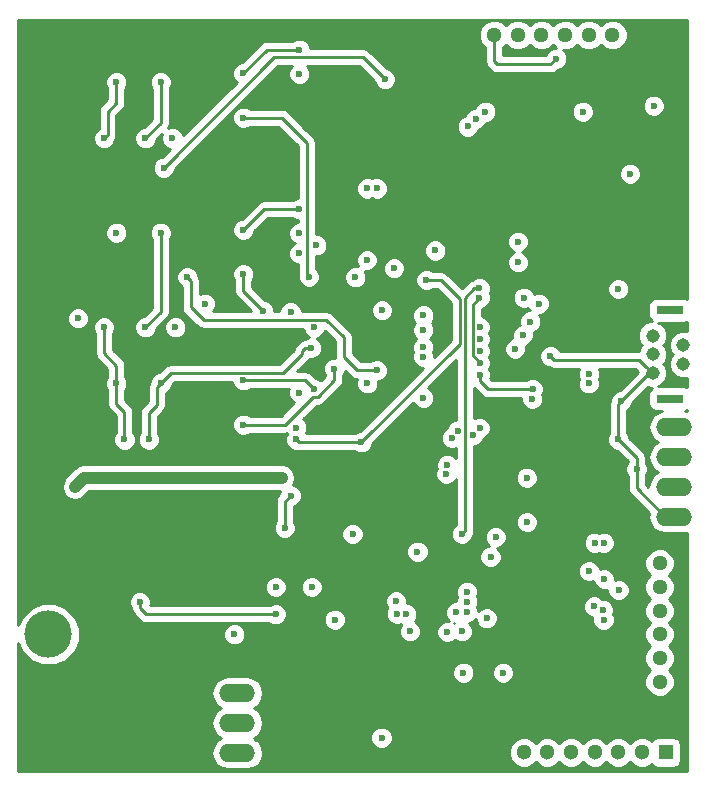
<source format=gbl>
G04 #@! TF.FileFunction,Copper,L4,Bot,Signal*
%FSLAX46Y46*%
G04 Gerber Fmt 4.6, Leading zero omitted, Abs format (unit mm)*
G04 Created by KiCad (PCBNEW 4.0.6) date 07/13/17 22:09:39*
%MOMM*%
%LPD*%
G01*
G04 APERTURE LIST*
%ADD10C,0.100000*%
%ADD11C,1.143000*%
%ADD12R,2.300000X0.800000*%
%ADD13O,3.048000X1.524000*%
%ADD14C,1.300480*%
%ADD15R,1.300000X1.300000*%
%ADD16C,1.300000*%
%ADD17C,4.000000*%
%ADD18C,0.600000*%
%ADD19C,0.250000*%
%ADD20C,1.000000*%
%ADD21C,0.254000*%
G04 APERTURE END LIST*
D10*
D11*
X78650000Y-109950000D03*
X81250000Y-110750000D03*
X78650000Y-111550000D03*
X81250000Y-112350000D03*
X78650000Y-113150000D03*
D12*
X80100000Y-107800000D03*
X80100000Y-115300000D03*
D13*
X43500000Y-140210000D03*
X43500000Y-142750000D03*
X43500000Y-145290000D03*
D14*
X71250760Y-84500000D03*
X69249240Y-84500000D03*
X67250260Y-84500000D03*
X65248740Y-84500000D03*
X73249740Y-84500000D03*
X75251260Y-84500000D03*
X79250000Y-133249240D03*
X79250000Y-135250760D03*
X79250000Y-137249740D03*
X79250000Y-139251260D03*
X79250000Y-131250260D03*
X79250000Y-129248740D03*
D15*
X79754560Y-145250000D03*
D16*
X75751520Y-145250000D03*
X77753040Y-145250000D03*
X73752540Y-145250000D03*
X71751020Y-145250000D03*
X69749500Y-145250000D03*
X67750520Y-145250000D03*
D13*
X80500000Y-122770000D03*
X80500000Y-125310000D03*
X80500000Y-120230000D03*
X80500000Y-117690000D03*
D17*
X27500000Y-135250000D03*
D18*
X48500000Y-117750000D03*
X29750000Y-122750000D03*
X47250000Y-122000000D03*
X70000000Y-111704498D03*
X33250000Y-101250000D03*
X48000000Y-123500000D03*
X47500000Y-126250000D03*
X70500000Y-86500000D03*
X75755215Y-118750000D03*
X77295502Y-121250000D03*
X76000000Y-115501501D03*
X43250000Y-135250000D03*
X58750000Y-128250000D03*
X75770004Y-131500000D03*
X49795502Y-131250000D03*
X63000000Y-92250000D03*
X63407876Y-118407876D03*
X64500000Y-91000000D03*
X61648327Y-118628021D03*
X63670028Y-91615000D03*
X62139641Y-118009383D03*
X53250000Y-126750000D03*
X68458444Y-115288907D03*
X67750000Y-106750000D03*
X67250000Y-102000000D03*
X46750000Y-131250000D03*
X51750000Y-134000000D03*
X72750000Y-91000000D03*
X65364040Y-127000000D03*
X66000000Y-138500000D03*
X55704498Y-144000000D03*
X58119742Y-135000000D03*
X76750000Y-96250000D03*
X60250000Y-102750000D03*
X59250000Y-115250000D03*
X44000000Y-113750000D03*
X50000000Y-114500000D03*
X54500000Y-114000000D03*
X50000000Y-109250000D03*
X50190129Y-102309871D03*
X44000000Y-101000000D03*
X48750000Y-99250000D03*
X48750000Y-103000000D03*
X44000000Y-87750000D03*
X48750000Y-85750000D03*
X62000000Y-133385000D03*
X67250000Y-103750000D03*
X75750000Y-106000000D03*
X78750000Y-90500000D03*
X54470880Y-103562622D03*
X56750000Y-104250000D03*
X40750000Y-107250000D03*
X30000000Y-108500000D03*
X59500000Y-105250000D03*
X35250000Y-132500000D03*
X46750000Y-133545502D03*
X48500000Y-118750000D03*
X54000000Y-119000000D03*
X39250000Y-105000000D03*
X32204498Y-109250000D03*
X33250000Y-114000000D03*
X33942498Y-118750000D03*
X54500000Y-97500000D03*
X55300000Y-112900000D03*
X37250000Y-95750000D03*
X33250000Y-88500000D03*
X32204498Y-93250000D03*
X56000000Y-88250000D03*
X59250000Y-108250000D03*
X62977693Y-132477693D03*
X62949740Y-131635904D03*
X62500000Y-135000000D03*
X62940129Y-133385000D03*
X51704498Y-112750000D03*
X44000000Y-117500000D03*
X49750000Y-111000000D03*
X36000000Y-118750000D03*
X37000000Y-114000000D03*
X45704498Y-107885000D03*
X44000000Y-104750000D03*
X35704498Y-109250000D03*
X37000000Y-101250000D03*
X49575129Y-105000000D03*
X44000000Y-91500000D03*
X35704498Y-93250000D03*
X37000000Y-88500000D03*
X48750000Y-87795502D03*
X57815129Y-133565129D03*
X48750000Y-101295502D03*
X57000000Y-133500000D03*
X48750000Y-114783502D03*
X56940110Y-132440148D03*
X48000000Y-108000000D03*
X59250000Y-111750000D03*
X38250000Y-109250000D03*
X59250000Y-110959997D03*
X53491564Y-105020442D03*
X59250000Y-109500000D03*
X38000000Y-93250000D03*
X55290003Y-97500000D03*
X55750000Y-107811860D03*
X73250000Y-113209997D03*
X74540003Y-127500000D03*
X73250000Y-114000000D03*
X73750000Y-127500000D03*
X68500000Y-114500000D03*
X64039592Y-113250000D03*
X64614639Y-133885361D03*
X69000000Y-107250000D03*
X74500000Y-134000000D03*
X64039592Y-109250000D03*
X74460130Y-133170127D03*
X73691867Y-132885820D03*
X64039592Y-110250000D03*
X64039592Y-111250000D03*
X64032876Y-117782876D03*
X62500000Y-126750000D03*
X64000000Y-105959997D03*
X61269999Y-135055010D03*
X64000000Y-106750000D03*
X64039592Y-112250000D03*
X62635440Y-138500000D03*
X74532155Y-130572614D03*
X68294116Y-108763119D03*
X73250000Y-129886080D03*
X67686604Y-109907919D03*
X64934871Y-128684871D03*
X67000000Y-111082740D03*
X68000000Y-125750000D03*
X61178945Y-121678945D03*
X68000000Y-122000000D03*
X61255040Y-120892617D03*
D19*
X47500000Y-125728499D02*
X47500000Y-126250000D01*
D20*
X47250000Y-122000000D02*
X30500000Y-122000000D01*
X30500000Y-122000000D02*
X29750000Y-122750000D01*
D19*
X70000000Y-111704498D02*
X70299999Y-112004497D01*
X70299999Y-112004497D02*
X77504497Y-112004497D01*
X77504497Y-112004497D02*
X78078501Y-112578501D01*
X78078501Y-112578501D02*
X78650000Y-113150000D01*
X47500000Y-124000000D02*
X48000000Y-123500000D01*
X47500000Y-125728499D02*
X47500000Y-124000000D01*
X65500000Y-87000000D02*
X70000000Y-87000000D01*
X70000000Y-87000000D02*
X70500000Y-86500000D01*
X65248740Y-86748740D02*
X65500000Y-87000000D01*
X65248740Y-84500000D02*
X65248740Y-86748740D01*
X75755215Y-118750000D02*
X75755215Y-115746286D01*
X75755215Y-115746286D02*
X76000000Y-115501501D01*
X77295502Y-121250000D02*
X77295502Y-120290287D01*
X77295502Y-120290287D02*
X75755215Y-118750000D01*
X77295502Y-121250000D02*
X77295502Y-122867502D01*
X77295502Y-122867502D02*
X79738000Y-125310000D01*
X79738000Y-125310000D02*
X80500000Y-125310000D01*
X76000000Y-115501501D02*
X78351501Y-113150000D01*
X78351501Y-113150000D02*
X78650000Y-113150000D01*
X50000000Y-114500000D02*
X49250000Y-113750000D01*
X49250000Y-113750000D02*
X48615001Y-113750000D01*
X48615001Y-113750000D02*
X44000000Y-113750000D01*
X48750000Y-99250000D02*
X45750000Y-99250000D01*
X45750000Y-99250000D02*
X44000000Y-101000000D01*
X48750000Y-85750000D02*
X46000000Y-85750000D01*
X46000000Y-85750000D02*
X44000000Y-87750000D01*
X62352865Y-106852865D02*
X60750000Y-105250000D01*
X60750000Y-105250000D02*
X59500000Y-105250000D01*
X62352865Y-110647135D02*
X62352865Y-106852865D01*
X54000000Y-119000000D02*
X62352865Y-110647135D01*
X35795502Y-133545502D02*
X35250000Y-133000000D01*
X35250000Y-133000000D02*
X35250000Y-132500000D01*
X46750000Y-133545502D02*
X35795502Y-133545502D01*
X54000000Y-119000000D02*
X48750000Y-119000000D01*
X48750000Y-119000000D02*
X48500000Y-118750000D01*
X39250000Y-105000000D02*
X39549999Y-105299999D01*
X51034999Y-108634999D02*
X52500000Y-110100000D01*
X39549999Y-105299999D02*
X39549999Y-107549999D01*
X39549999Y-107549999D02*
X40634999Y-108634999D01*
X40634999Y-108634999D02*
X51034999Y-108634999D01*
X52500000Y-110100000D02*
X52500000Y-111750000D01*
X52500000Y-111750000D02*
X53650000Y-112900000D01*
X53650000Y-112900000D02*
X55300000Y-112900000D01*
X33250000Y-112500000D02*
X33250000Y-114000000D01*
X32204498Y-111454498D02*
X33250000Y-112500000D01*
X32204498Y-109250000D02*
X32204498Y-111454498D01*
X33942498Y-116442498D02*
X33250000Y-115750000D01*
X33250000Y-115750000D02*
X33250000Y-114000000D01*
X33942498Y-118750000D02*
X33942498Y-116442498D01*
X37250000Y-95750000D02*
X46634999Y-86365001D01*
X46634999Y-86365001D02*
X54115001Y-86365001D01*
X54115001Y-86365001D02*
X56000000Y-88250000D01*
X32504497Y-90995503D02*
X33250000Y-90250000D01*
X33250000Y-90250000D02*
X33250000Y-88500000D01*
X32204498Y-93250000D02*
X32504497Y-92950001D01*
X32504497Y-92950001D02*
X32504497Y-90995503D01*
X50295201Y-115115001D02*
X51704498Y-113705704D01*
X51704498Y-113705704D02*
X51704498Y-112750000D01*
X44000000Y-117500000D02*
X47500000Y-117500000D01*
X47500000Y-117500000D02*
X49884999Y-115115001D01*
X49884999Y-115115001D02*
X50295201Y-115115001D01*
X49000000Y-111250000D02*
X49250000Y-111000000D01*
X49250000Y-111000000D02*
X49750000Y-111000000D01*
X49000000Y-111500000D02*
X49000000Y-111250000D01*
X47365001Y-113134999D02*
X49000000Y-111500000D01*
X37000000Y-114000000D02*
X37865001Y-113134999D01*
X37865001Y-113134999D02*
X47365001Y-113134999D01*
X36700001Y-115799999D02*
X36000000Y-116500000D01*
X36000000Y-116500000D02*
X36000000Y-118750000D01*
X37000000Y-114000000D02*
X36700001Y-114299999D01*
X36700001Y-114299999D02*
X36700001Y-115799999D01*
X44000000Y-104750000D02*
X44000000Y-106180502D01*
X44000000Y-106180502D02*
X45704498Y-107885000D01*
X37000000Y-101250000D02*
X37000000Y-107954498D01*
X37000000Y-107954498D02*
X35704498Y-109250000D01*
X49365001Y-104115001D02*
X49365001Y-104789872D01*
X49365001Y-104789872D02*
X49575129Y-105000000D01*
X49365001Y-93615001D02*
X49365001Y-104115001D01*
X47250000Y-91500000D02*
X49365001Y-93615001D01*
X44000000Y-91500000D02*
X47250000Y-91500000D01*
X37000000Y-88500000D02*
X37000000Y-91954498D01*
X37000000Y-91954498D02*
X35704498Y-93250000D01*
X64039592Y-113789592D02*
X64750000Y-114500000D01*
X64750000Y-114500000D02*
X68500000Y-114500000D01*
X64039592Y-113250000D02*
X64039592Y-113789592D01*
X64000000Y-105959997D02*
X63575736Y-105959997D01*
X63575736Y-105959997D02*
X62792875Y-106742858D01*
X62792875Y-106742858D02*
X62792875Y-126457125D01*
X62792875Y-126457125D02*
X62500000Y-126750000D01*
X64039592Y-112250000D02*
X63424591Y-111634999D01*
X63424591Y-111634999D02*
X63424591Y-107325409D01*
X63424591Y-107325409D02*
X64000000Y-106750000D01*
D21*
G36*
X81540000Y-106829608D02*
X81501890Y-106803569D01*
X81250000Y-106752560D01*
X78950000Y-106752560D01*
X78714683Y-106796838D01*
X78498559Y-106935910D01*
X78353569Y-107148110D01*
X78302560Y-107400000D01*
X78302560Y-108200000D01*
X78346838Y-108435317D01*
X78485910Y-108651441D01*
X78620605Y-108743474D01*
X78411065Y-108743291D01*
X77967465Y-108926582D01*
X77627775Y-109265680D01*
X77443710Y-109708959D01*
X77443291Y-110188935D01*
X77626582Y-110632535D01*
X77743750Y-110749907D01*
X77627775Y-110865680D01*
X77470477Y-111244497D01*
X70821603Y-111244497D01*
X70793117Y-111175555D01*
X70530327Y-110912306D01*
X70186799Y-110769660D01*
X69814833Y-110769336D01*
X69471057Y-110911381D01*
X69207808Y-111174171D01*
X69065162Y-111517699D01*
X69064838Y-111889665D01*
X69206883Y-112233441D01*
X69469673Y-112496690D01*
X69813201Y-112639336D01*
X69908549Y-112639419D01*
X70009160Y-112706645D01*
X70299999Y-112764497D01*
X72422585Y-112764497D01*
X72315162Y-113023198D01*
X72314838Y-113395164D01*
X72401578Y-113605090D01*
X72315162Y-113813201D01*
X72314838Y-114185167D01*
X72456883Y-114528943D01*
X72719673Y-114792192D01*
X73063201Y-114934838D01*
X73435167Y-114935162D01*
X73778943Y-114793117D01*
X74042192Y-114530327D01*
X74184838Y-114186799D01*
X74185162Y-113814833D01*
X74098422Y-113604907D01*
X74184838Y-113396796D01*
X74185162Y-113024830D01*
X74077595Y-112764497D01*
X77189695Y-112764497D01*
X77425949Y-113000751D01*
X75860320Y-114566379D01*
X75814833Y-114566339D01*
X75471057Y-114708384D01*
X75207808Y-114971174D01*
X75065162Y-115314702D01*
X75065055Y-115437506D01*
X75053067Y-115455447D01*
X74995215Y-115746286D01*
X74995215Y-118187537D01*
X74963023Y-118219673D01*
X74820377Y-118563201D01*
X74820053Y-118935167D01*
X74962098Y-119278943D01*
X75224888Y-119542192D01*
X75568416Y-119684838D01*
X75615292Y-119684879D01*
X76535502Y-120605089D01*
X76535502Y-120687537D01*
X76503310Y-120719673D01*
X76360664Y-121063201D01*
X76360340Y-121435167D01*
X76502385Y-121778943D01*
X76535502Y-121812118D01*
X76535502Y-122867502D01*
X76593354Y-123158341D01*
X76758101Y-123404903D01*
X78359176Y-125005978D01*
X78298703Y-125310000D01*
X78405043Y-125844609D01*
X78707875Y-126297828D01*
X79161094Y-126600660D01*
X79695703Y-126707000D01*
X81304297Y-126707000D01*
X81540000Y-126660116D01*
X81540000Y-146790000D01*
X24960000Y-146790000D01*
X24960000Y-140210000D01*
X41298703Y-140210000D01*
X41405043Y-140744609D01*
X41707875Y-141197828D01*
X42130174Y-141480000D01*
X41707875Y-141762172D01*
X41405043Y-142215391D01*
X41298703Y-142750000D01*
X41405043Y-143284609D01*
X41707875Y-143737828D01*
X42130174Y-144020000D01*
X41707875Y-144302172D01*
X41405043Y-144755391D01*
X41298703Y-145290000D01*
X41405043Y-145824609D01*
X41707875Y-146277828D01*
X42161094Y-146580660D01*
X42695703Y-146687000D01*
X44304297Y-146687000D01*
X44838906Y-146580660D01*
X45292125Y-146277828D01*
X45594957Y-145824609D01*
X45658634Y-145504481D01*
X66465297Y-145504481D01*
X66660515Y-145976943D01*
X67021675Y-146338735D01*
X67493796Y-146534777D01*
X68005001Y-146535223D01*
X68477463Y-146340005D01*
X68750169Y-146067776D01*
X69020655Y-146338735D01*
X69492776Y-146534777D01*
X70003981Y-146535223D01*
X70476443Y-146340005D01*
X70750421Y-146066506D01*
X71022175Y-146338735D01*
X71494296Y-146534777D01*
X72005501Y-146535223D01*
X72477963Y-146340005D01*
X72751941Y-146066506D01*
X73023695Y-146338735D01*
X73495816Y-146534777D01*
X74007021Y-146535223D01*
X74479483Y-146340005D01*
X74752189Y-146067776D01*
X75022675Y-146338735D01*
X75494796Y-146534777D01*
X76006001Y-146535223D01*
X76478463Y-146340005D01*
X76752441Y-146066506D01*
X77024195Y-146338735D01*
X77496316Y-146534777D01*
X78007521Y-146535223D01*
X78479983Y-146340005D01*
X78573220Y-146246931D01*
X78640470Y-146351441D01*
X78852670Y-146496431D01*
X79104560Y-146547440D01*
X80404560Y-146547440D01*
X80639877Y-146503162D01*
X80856001Y-146364090D01*
X81000991Y-146151890D01*
X81052000Y-145900000D01*
X81052000Y-144600000D01*
X81007722Y-144364683D01*
X80868650Y-144148559D01*
X80656450Y-144003569D01*
X80404560Y-143952560D01*
X79104560Y-143952560D01*
X78869243Y-143996838D01*
X78653119Y-144135910D01*
X78573255Y-144252795D01*
X78481885Y-144161265D01*
X78009764Y-143965223D01*
X77498559Y-143964777D01*
X77026097Y-144159995D01*
X76752119Y-144433494D01*
X76480365Y-144161265D01*
X76008244Y-143965223D01*
X75497039Y-143964777D01*
X75024577Y-144159995D01*
X74751871Y-144432224D01*
X74481385Y-144161265D01*
X74009264Y-143965223D01*
X73498059Y-143964777D01*
X73025597Y-144159995D01*
X72751619Y-144433494D01*
X72479865Y-144161265D01*
X72007744Y-143965223D01*
X71496539Y-143964777D01*
X71024077Y-144159995D01*
X70750099Y-144433494D01*
X70478345Y-144161265D01*
X70006224Y-143965223D01*
X69495019Y-143964777D01*
X69022557Y-144159995D01*
X68749851Y-144432224D01*
X68479365Y-144161265D01*
X68007244Y-143965223D01*
X67496039Y-143964777D01*
X67023577Y-144159995D01*
X66661785Y-144521155D01*
X66465743Y-144993276D01*
X66465297Y-145504481D01*
X45658634Y-145504481D01*
X45701297Y-145290000D01*
X45594957Y-144755391D01*
X45292125Y-144302172D01*
X45117016Y-144185167D01*
X54769336Y-144185167D01*
X54911381Y-144528943D01*
X55174171Y-144792192D01*
X55517699Y-144934838D01*
X55889665Y-144935162D01*
X56233441Y-144793117D01*
X56496690Y-144530327D01*
X56639336Y-144186799D01*
X56639660Y-143814833D01*
X56497615Y-143471057D01*
X56234825Y-143207808D01*
X55891297Y-143065162D01*
X55519331Y-143064838D01*
X55175555Y-143206883D01*
X54912306Y-143469673D01*
X54769660Y-143813201D01*
X54769336Y-144185167D01*
X45117016Y-144185167D01*
X44869826Y-144020000D01*
X45292125Y-143737828D01*
X45594957Y-143284609D01*
X45701297Y-142750000D01*
X45594957Y-142215391D01*
X45292125Y-141762172D01*
X44869826Y-141480000D01*
X45292125Y-141197828D01*
X45594957Y-140744609D01*
X45701297Y-140210000D01*
X45594957Y-139675391D01*
X45292125Y-139222172D01*
X44838906Y-138919340D01*
X44304297Y-138813000D01*
X42695703Y-138813000D01*
X42161094Y-138919340D01*
X41707875Y-139222172D01*
X41405043Y-139675391D01*
X41298703Y-140210000D01*
X24960000Y-140210000D01*
X24960000Y-138685167D01*
X61700278Y-138685167D01*
X61842323Y-139028943D01*
X62105113Y-139292192D01*
X62448641Y-139434838D01*
X62820607Y-139435162D01*
X63164383Y-139293117D01*
X63427632Y-139030327D01*
X63570278Y-138686799D01*
X63570279Y-138685167D01*
X65064838Y-138685167D01*
X65206883Y-139028943D01*
X65469673Y-139292192D01*
X65813201Y-139434838D01*
X66185167Y-139435162D01*
X66528943Y-139293117D01*
X66792192Y-139030327D01*
X66934838Y-138686799D01*
X66935162Y-138314833D01*
X66793117Y-137971057D01*
X66530327Y-137707808D01*
X66186799Y-137565162D01*
X65814833Y-137564838D01*
X65471057Y-137706883D01*
X65207808Y-137969673D01*
X65065162Y-138313201D01*
X65064838Y-138685167D01*
X63570279Y-138685167D01*
X63570602Y-138314833D01*
X63428557Y-137971057D01*
X63165767Y-137707808D01*
X62822239Y-137565162D01*
X62450273Y-137564838D01*
X62106497Y-137706883D01*
X61843248Y-137969673D01*
X61700602Y-138313201D01*
X61700278Y-138685167D01*
X24960000Y-138685167D01*
X24960000Y-136002858D01*
X25264853Y-136740658D01*
X26005443Y-137482542D01*
X26973567Y-137884542D01*
X28021834Y-137885457D01*
X28990658Y-137485147D01*
X29732542Y-136744557D01*
X30134542Y-135776433D01*
X30134839Y-135435167D01*
X42314838Y-135435167D01*
X42456883Y-135778943D01*
X42719673Y-136042192D01*
X43063201Y-136184838D01*
X43435167Y-136185162D01*
X43778943Y-136043117D01*
X44042192Y-135780327D01*
X44184838Y-135436799D01*
X44185162Y-135064833D01*
X44043117Y-134721057D01*
X43780327Y-134457808D01*
X43436799Y-134315162D01*
X43064833Y-134314838D01*
X42721057Y-134456883D01*
X42457808Y-134719673D01*
X42315162Y-135063201D01*
X42314838Y-135435167D01*
X30134839Y-135435167D01*
X30135457Y-134728166D01*
X29735147Y-133759342D01*
X28994557Y-133017458D01*
X28194311Y-132685167D01*
X34314838Y-132685167D01*
X34456883Y-133028943D01*
X34505431Y-133077576D01*
X34547852Y-133290839D01*
X34712599Y-133537401D01*
X35258101Y-134082903D01*
X35504662Y-134247650D01*
X35795502Y-134305502D01*
X46187537Y-134305502D01*
X46219673Y-134337694D01*
X46563201Y-134480340D01*
X46935167Y-134480664D01*
X47278943Y-134338619D01*
X47432663Y-134185167D01*
X50814838Y-134185167D01*
X50956883Y-134528943D01*
X51219673Y-134792192D01*
X51563201Y-134934838D01*
X51935167Y-134935162D01*
X52278943Y-134793117D01*
X52542192Y-134530327D01*
X52684838Y-134186799D01*
X52685162Y-133814833D01*
X52543117Y-133471057D01*
X52280327Y-133207808D01*
X51936799Y-133065162D01*
X51564833Y-133064838D01*
X51221057Y-133206883D01*
X50957808Y-133469673D01*
X50815162Y-133813201D01*
X50814838Y-134185167D01*
X47432663Y-134185167D01*
X47542192Y-134075829D01*
X47684838Y-133732301D01*
X47685162Y-133360335D01*
X47543117Y-133016559D01*
X47280327Y-132753310D01*
X46972083Y-132625315D01*
X56004948Y-132625315D01*
X56146993Y-132969091D01*
X56190113Y-133012287D01*
X56065162Y-133313201D01*
X56064838Y-133685167D01*
X56206883Y-134028943D01*
X56469673Y-134292192D01*
X56813201Y-134434838D01*
X57185167Y-134435162D01*
X57329070Y-134375703D01*
X57394477Y-134402862D01*
X57327550Y-134469673D01*
X57184904Y-134813201D01*
X57184580Y-135185167D01*
X57326625Y-135528943D01*
X57589415Y-135792192D01*
X57932943Y-135934838D01*
X58304909Y-135935162D01*
X58648685Y-135793117D01*
X58911934Y-135530327D01*
X59032415Y-135240177D01*
X60334837Y-135240177D01*
X60476882Y-135583953D01*
X60739672Y-135847202D01*
X61083200Y-135989848D01*
X61455166Y-135990172D01*
X61798942Y-135848127D01*
X61912424Y-135734843D01*
X61969673Y-135792192D01*
X62313201Y-135934838D01*
X62685167Y-135935162D01*
X63028943Y-135793117D01*
X63292192Y-135530327D01*
X63434838Y-135186799D01*
X63435162Y-134814833D01*
X63293117Y-134471057D01*
X63137466Y-134315134D01*
X63469072Y-134178117D01*
X63679566Y-133967990D01*
X63679477Y-134070528D01*
X63821522Y-134414304D01*
X64084312Y-134677553D01*
X64427840Y-134820199D01*
X64799806Y-134820523D01*
X65143582Y-134678478D01*
X65406831Y-134415688D01*
X65549477Y-134072160D01*
X65549801Y-133700194D01*
X65407756Y-133356418D01*
X65144966Y-133093169D01*
X65091547Y-133070987D01*
X72756705Y-133070987D01*
X72898750Y-133414763D01*
X73161540Y-133678012D01*
X73505068Y-133820658D01*
X73565155Y-133820710D01*
X73564838Y-134185167D01*
X73706883Y-134528943D01*
X73969673Y-134792192D01*
X74313201Y-134934838D01*
X74685167Y-134935162D01*
X75028943Y-134793117D01*
X75292192Y-134530327D01*
X75434838Y-134186799D01*
X75435162Y-133814833D01*
X75320279Y-133536795D01*
X75394968Y-133356926D01*
X75395292Y-132984960D01*
X75253247Y-132641184D01*
X74990457Y-132377935D01*
X74646929Y-132235289D01*
X74363361Y-132235042D01*
X74222194Y-132093628D01*
X73878666Y-131950982D01*
X73506700Y-131950658D01*
X73162924Y-132092703D01*
X72899675Y-132355493D01*
X72757029Y-132699021D01*
X72756705Y-133070987D01*
X65091547Y-133070987D01*
X64801438Y-132950523D01*
X64429472Y-132950199D01*
X64085696Y-133092244D01*
X63875202Y-133302371D01*
X63875291Y-133199833D01*
X63782993Y-132976453D01*
X63912531Y-132664492D01*
X63912855Y-132292526D01*
X63801448Y-132022901D01*
X63884578Y-131822703D01*
X63884902Y-131450737D01*
X63742857Y-131106961D01*
X63480067Y-130843712D01*
X63136539Y-130701066D01*
X62764573Y-130700742D01*
X62420797Y-130842787D01*
X62157548Y-131105577D01*
X62014902Y-131449105D01*
X62014578Y-131821071D01*
X62125985Y-132090696D01*
X62042855Y-132290894D01*
X62042716Y-132450036D01*
X61814833Y-132449838D01*
X61471057Y-132591883D01*
X61207808Y-132854673D01*
X61065162Y-133198201D01*
X61064838Y-133570167D01*
X61206883Y-133913943D01*
X61412714Y-134120134D01*
X61084832Y-134119848D01*
X60741056Y-134261893D01*
X60477807Y-134524683D01*
X60335161Y-134868211D01*
X60334837Y-135240177D01*
X59032415Y-135240177D01*
X59054580Y-135186799D01*
X59054904Y-134814833D01*
X58912859Y-134471057D01*
X58650069Y-134207808D01*
X58540394Y-134162267D01*
X58607321Y-134095456D01*
X58749967Y-133751928D01*
X58750291Y-133379962D01*
X58608246Y-133036186D01*
X58345456Y-132772937D01*
X58001928Y-132630291D01*
X57873606Y-132630179D01*
X57874948Y-132626947D01*
X57875272Y-132254981D01*
X57733227Y-131911205D01*
X57470437Y-131647956D01*
X57126909Y-131505310D01*
X56754943Y-131504986D01*
X56411167Y-131647031D01*
X56147918Y-131909821D01*
X56005272Y-132253349D01*
X56004948Y-132625315D01*
X46972083Y-132625315D01*
X46936799Y-132610664D01*
X46564833Y-132610340D01*
X46221057Y-132752385D01*
X46187882Y-132785502D01*
X36143853Y-132785502D01*
X36184838Y-132686799D01*
X36185162Y-132314833D01*
X36043117Y-131971057D01*
X35780327Y-131707808D01*
X35436799Y-131565162D01*
X35064833Y-131564838D01*
X34721057Y-131706883D01*
X34457808Y-131969673D01*
X34315162Y-132313201D01*
X34314838Y-132685167D01*
X28194311Y-132685167D01*
X28026433Y-132615458D01*
X26978166Y-132614543D01*
X26009342Y-133014853D01*
X25267458Y-133755443D01*
X24960000Y-134495884D01*
X24960000Y-131435167D01*
X45814838Y-131435167D01*
X45956883Y-131778943D01*
X46219673Y-132042192D01*
X46563201Y-132184838D01*
X46935167Y-132185162D01*
X47278943Y-132043117D01*
X47542192Y-131780327D01*
X47684838Y-131436799D01*
X47684839Y-131435167D01*
X48860340Y-131435167D01*
X49002385Y-131778943D01*
X49265175Y-132042192D01*
X49608703Y-132184838D01*
X49980669Y-132185162D01*
X50324445Y-132043117D01*
X50587694Y-131780327D01*
X50730340Y-131436799D01*
X50730664Y-131064833D01*
X50588619Y-130721057D01*
X50325829Y-130457808D01*
X49982301Y-130315162D01*
X49610335Y-130314838D01*
X49266559Y-130456883D01*
X49003310Y-130719673D01*
X48860664Y-131063201D01*
X48860340Y-131435167D01*
X47684839Y-131435167D01*
X47685162Y-131064833D01*
X47543117Y-130721057D01*
X47280327Y-130457808D01*
X46936799Y-130315162D01*
X46564833Y-130314838D01*
X46221057Y-130456883D01*
X45957808Y-130719673D01*
X45815162Y-131063201D01*
X45814838Y-131435167D01*
X24960000Y-131435167D01*
X24960000Y-130071247D01*
X72314838Y-130071247D01*
X72456883Y-130415023D01*
X72719673Y-130678272D01*
X73063201Y-130820918D01*
X73435167Y-130821242D01*
X73596996Y-130754376D01*
X73596993Y-130757781D01*
X73739038Y-131101557D01*
X74001828Y-131364806D01*
X74345356Y-131507452D01*
X74717322Y-131507776D01*
X74835039Y-131459136D01*
X74834842Y-131685167D01*
X74976887Y-132028943D01*
X75239677Y-132292192D01*
X75583205Y-132434838D01*
X75955171Y-132435162D01*
X76298947Y-132293117D01*
X76562196Y-132030327D01*
X76704842Y-131686799D01*
X76705166Y-131314833D01*
X76563121Y-130971057D01*
X76300331Y-130707808D01*
X75956803Y-130565162D01*
X75584837Y-130564838D01*
X75467120Y-130613478D01*
X75467317Y-130387447D01*
X75325272Y-130043671D01*
X75062482Y-129780422D01*
X74718954Y-129637776D01*
X74346988Y-129637452D01*
X74185159Y-129704318D01*
X74185162Y-129700913D01*
X74103497Y-129503268D01*
X77964538Y-129503268D01*
X78159792Y-129975819D01*
X78433156Y-130249660D01*
X78161062Y-130521280D01*
X77964984Y-130993488D01*
X77964538Y-131504788D01*
X78159792Y-131977339D01*
X78431886Y-132249908D01*
X78161062Y-132520260D01*
X77964984Y-132992468D01*
X77964538Y-133503768D01*
X78159792Y-133976319D01*
X78433156Y-134250160D01*
X78161062Y-134521780D01*
X77964984Y-134993988D01*
X77964538Y-135505288D01*
X78159792Y-135977839D01*
X78431886Y-136250408D01*
X78161062Y-136520760D01*
X77964984Y-136992968D01*
X77964538Y-137504268D01*
X78159792Y-137976819D01*
X78433156Y-138250660D01*
X78161062Y-138522280D01*
X77964984Y-138994488D01*
X77964538Y-139505788D01*
X78159792Y-139978339D01*
X78521020Y-140340198D01*
X78993228Y-140536276D01*
X79504528Y-140536722D01*
X79977079Y-140341468D01*
X80338938Y-139980240D01*
X80535016Y-139508032D01*
X80535462Y-138996732D01*
X80340208Y-138524181D01*
X80066844Y-138250340D01*
X80338938Y-137978720D01*
X80535016Y-137506512D01*
X80535462Y-136995212D01*
X80340208Y-136522661D01*
X80068114Y-136250092D01*
X80338938Y-135979740D01*
X80535016Y-135507532D01*
X80535462Y-134996232D01*
X80340208Y-134523681D01*
X80066844Y-134249840D01*
X80338938Y-133978220D01*
X80535016Y-133506012D01*
X80535462Y-132994712D01*
X80340208Y-132522161D01*
X80068114Y-132249592D01*
X80338938Y-131979240D01*
X80535016Y-131507032D01*
X80535462Y-130995732D01*
X80340208Y-130523181D01*
X80066844Y-130249340D01*
X80338938Y-129977720D01*
X80535016Y-129505512D01*
X80535462Y-128994212D01*
X80340208Y-128521661D01*
X79978980Y-128159802D01*
X79506772Y-127963724D01*
X78995472Y-127963278D01*
X78522921Y-128158532D01*
X78161062Y-128519760D01*
X77964984Y-128991968D01*
X77964538Y-129503268D01*
X74103497Y-129503268D01*
X74043117Y-129357137D01*
X73780327Y-129093888D01*
X73436799Y-128951242D01*
X73064833Y-128950918D01*
X72721057Y-129092963D01*
X72457808Y-129355753D01*
X72315162Y-129699281D01*
X72314838Y-130071247D01*
X24960000Y-130071247D01*
X24960000Y-128435167D01*
X57814838Y-128435167D01*
X57956883Y-128778943D01*
X58219673Y-129042192D01*
X58563201Y-129184838D01*
X58935167Y-129185162D01*
X59278943Y-129043117D01*
X59452324Y-128870038D01*
X63999709Y-128870038D01*
X64141754Y-129213814D01*
X64404544Y-129477063D01*
X64748072Y-129619709D01*
X65120038Y-129620033D01*
X65463814Y-129477988D01*
X65727063Y-129215198D01*
X65869709Y-128871670D01*
X65870033Y-128499704D01*
X65727988Y-128155928D01*
X65507571Y-127935126D01*
X65549207Y-127935162D01*
X65892983Y-127793117D01*
X66001121Y-127685167D01*
X72814838Y-127685167D01*
X72956883Y-128028943D01*
X73219673Y-128292192D01*
X73563201Y-128434838D01*
X73935167Y-128435162D01*
X74145093Y-128348422D01*
X74353204Y-128434838D01*
X74725170Y-128435162D01*
X75068946Y-128293117D01*
X75332195Y-128030327D01*
X75474841Y-127686799D01*
X75475165Y-127314833D01*
X75333120Y-126971057D01*
X75070330Y-126707808D01*
X74726802Y-126565162D01*
X74354836Y-126564838D01*
X74144910Y-126651578D01*
X73936799Y-126565162D01*
X73564833Y-126564838D01*
X73221057Y-126706883D01*
X72957808Y-126969673D01*
X72815162Y-127313201D01*
X72814838Y-127685167D01*
X66001121Y-127685167D01*
X66156232Y-127530327D01*
X66298878Y-127186799D01*
X66299202Y-126814833D01*
X66157157Y-126471057D01*
X65894367Y-126207808D01*
X65550839Y-126065162D01*
X65178873Y-126064838D01*
X64835097Y-126206883D01*
X64571848Y-126469673D01*
X64429202Y-126813201D01*
X64428878Y-127185167D01*
X64570923Y-127528943D01*
X64791340Y-127749745D01*
X64749704Y-127749709D01*
X64405928Y-127891754D01*
X64142679Y-128154544D01*
X64000033Y-128498072D01*
X63999709Y-128870038D01*
X59452324Y-128870038D01*
X59542192Y-128780327D01*
X59684838Y-128436799D01*
X59685162Y-128064833D01*
X59543117Y-127721057D01*
X59280327Y-127457808D01*
X58936799Y-127315162D01*
X58564833Y-127314838D01*
X58221057Y-127456883D01*
X57957808Y-127719673D01*
X57815162Y-128063201D01*
X57814838Y-128435167D01*
X24960000Y-128435167D01*
X24960000Y-122750000D01*
X28615000Y-122750000D01*
X28701397Y-123184345D01*
X28947434Y-123552566D01*
X29315655Y-123798603D01*
X29750000Y-123885000D01*
X30184345Y-123798603D01*
X30552566Y-123552566D01*
X30970132Y-123135000D01*
X47139158Y-123135000D01*
X47065162Y-123313201D01*
X47065121Y-123360077D01*
X46962599Y-123462599D01*
X46797852Y-123709161D01*
X46740000Y-124000000D01*
X46740000Y-125687537D01*
X46707808Y-125719673D01*
X46565162Y-126063201D01*
X46564838Y-126435167D01*
X46706883Y-126778943D01*
X46969673Y-127042192D01*
X47313201Y-127184838D01*
X47685167Y-127185162D01*
X48028943Y-127043117D01*
X48137081Y-126935167D01*
X52314838Y-126935167D01*
X52456883Y-127278943D01*
X52719673Y-127542192D01*
X53063201Y-127684838D01*
X53435167Y-127685162D01*
X53778943Y-127543117D01*
X54042192Y-127280327D01*
X54184838Y-126936799D01*
X54185162Y-126564833D01*
X54043117Y-126221057D01*
X53780327Y-125957808D01*
X53436799Y-125815162D01*
X53064833Y-125814838D01*
X52721057Y-125956883D01*
X52457808Y-126219673D01*
X52315162Y-126563201D01*
X52314838Y-126935167D01*
X48137081Y-126935167D01*
X48292192Y-126780327D01*
X48434838Y-126436799D01*
X48435162Y-126064833D01*
X48293117Y-125721057D01*
X48260000Y-125687882D01*
X48260000Y-124404242D01*
X48528943Y-124293117D01*
X48792192Y-124030327D01*
X48934838Y-123686799D01*
X48935162Y-123314833D01*
X48793117Y-122971057D01*
X48530327Y-122707808D01*
X48205896Y-122573092D01*
X48298603Y-122434346D01*
X48385000Y-122000000D01*
X48298603Y-121565654D01*
X48052566Y-121197434D01*
X47684346Y-120951397D01*
X47250000Y-120865000D01*
X30500000Y-120865000D01*
X30065654Y-120951397D01*
X29770492Y-121148618D01*
X29697434Y-121197434D01*
X28947434Y-121947434D01*
X28701397Y-122315655D01*
X28615000Y-122750000D01*
X24960000Y-122750000D01*
X24960000Y-109435167D01*
X31269336Y-109435167D01*
X31411381Y-109778943D01*
X31444498Y-109812118D01*
X31444498Y-111454498D01*
X31502350Y-111745337D01*
X31667097Y-111991899D01*
X32490000Y-112814802D01*
X32490000Y-113437537D01*
X32457808Y-113469673D01*
X32315162Y-113813201D01*
X32314838Y-114185167D01*
X32456883Y-114528943D01*
X32490000Y-114562118D01*
X32490000Y-115750000D01*
X32547852Y-116040839D01*
X32712599Y-116287401D01*
X33182498Y-116757300D01*
X33182498Y-118187537D01*
X33150306Y-118219673D01*
X33007660Y-118563201D01*
X33007336Y-118935167D01*
X33149381Y-119278943D01*
X33412171Y-119542192D01*
X33755699Y-119684838D01*
X34127665Y-119685162D01*
X34471441Y-119543117D01*
X34734690Y-119280327D01*
X34877336Y-118936799D01*
X34877337Y-118935167D01*
X35064838Y-118935167D01*
X35206883Y-119278943D01*
X35469673Y-119542192D01*
X35813201Y-119684838D01*
X36185167Y-119685162D01*
X36528943Y-119543117D01*
X36792192Y-119280327D01*
X36934838Y-118936799D01*
X36935162Y-118564833D01*
X36793117Y-118221057D01*
X36760000Y-118187882D01*
X36760000Y-116814802D01*
X37237402Y-116337400D01*
X37402149Y-116090838D01*
X37460001Y-115799999D01*
X37460001Y-114821603D01*
X37528943Y-114793117D01*
X37792192Y-114530327D01*
X37934838Y-114186799D01*
X37934879Y-114139923D01*
X38179803Y-113894999D01*
X43064873Y-113894999D01*
X43064838Y-113935167D01*
X43206883Y-114278943D01*
X43469673Y-114542192D01*
X43813201Y-114684838D01*
X44185167Y-114685162D01*
X44528943Y-114543117D01*
X44562118Y-114510000D01*
X47851164Y-114510000D01*
X47815162Y-114596703D01*
X47814838Y-114968669D01*
X47956883Y-115312445D01*
X48219673Y-115575694D01*
X48311411Y-115613787D01*
X47185198Y-116740000D01*
X44562463Y-116740000D01*
X44530327Y-116707808D01*
X44186799Y-116565162D01*
X43814833Y-116564838D01*
X43471057Y-116706883D01*
X43207808Y-116969673D01*
X43065162Y-117313201D01*
X43064838Y-117685167D01*
X43206883Y-118028943D01*
X43469673Y-118292192D01*
X43813201Y-118434838D01*
X44185167Y-118435162D01*
X44528943Y-118293117D01*
X44562118Y-118260000D01*
X47500000Y-118260000D01*
X47683938Y-118223412D01*
X47695069Y-118250351D01*
X47565162Y-118563201D01*
X47564838Y-118935167D01*
X47706883Y-119278943D01*
X47969673Y-119542192D01*
X48313201Y-119684838D01*
X48433410Y-119684943D01*
X48459160Y-119702148D01*
X48750000Y-119760000D01*
X53437537Y-119760000D01*
X53469673Y-119792192D01*
X53813201Y-119934838D01*
X54185167Y-119935162D01*
X54528943Y-119793117D01*
X54792192Y-119530327D01*
X54934838Y-119186799D01*
X54934879Y-119139923D01*
X58409803Y-115664999D01*
X58456883Y-115778943D01*
X58719673Y-116042192D01*
X59063201Y-116184838D01*
X59435167Y-116185162D01*
X59778943Y-116043117D01*
X60042192Y-115780327D01*
X60184838Y-115436799D01*
X60185162Y-115064833D01*
X60043117Y-114721057D01*
X59780327Y-114457808D01*
X59664917Y-114409885D01*
X62032875Y-112041927D01*
X62032875Y-117074289D01*
X61954474Y-117074221D01*
X61610698Y-117216266D01*
X61347449Y-117479056D01*
X61216319Y-117794852D01*
X61119384Y-117834904D01*
X60856135Y-118097694D01*
X60713489Y-118441222D01*
X60713165Y-118813188D01*
X60855210Y-119156964D01*
X61118000Y-119420213D01*
X61461528Y-119562859D01*
X61833494Y-119563183D01*
X62032875Y-119480801D01*
X62032875Y-120348365D01*
X61785367Y-120100425D01*
X61441839Y-119957779D01*
X61069873Y-119957455D01*
X60726097Y-120099500D01*
X60462848Y-120362290D01*
X60320202Y-120705818D01*
X60319878Y-121077784D01*
X60367903Y-121194014D01*
X60244107Y-121492146D01*
X60243783Y-121864112D01*
X60385828Y-122207888D01*
X60648618Y-122471137D01*
X60992146Y-122613783D01*
X61364112Y-122614107D01*
X61707888Y-122472062D01*
X61971137Y-122209272D01*
X62032875Y-122060591D01*
X62032875Y-125931340D01*
X61971057Y-125956883D01*
X61707808Y-126219673D01*
X61565162Y-126563201D01*
X61564838Y-126935167D01*
X61706883Y-127278943D01*
X61969673Y-127542192D01*
X62313201Y-127684838D01*
X62685167Y-127685162D01*
X63028943Y-127543117D01*
X63292192Y-127280327D01*
X63434838Y-126936799D01*
X63434924Y-126837909D01*
X63495023Y-126747964D01*
X63552875Y-126457125D01*
X63552875Y-125935167D01*
X67064838Y-125935167D01*
X67206883Y-126278943D01*
X67469673Y-126542192D01*
X67813201Y-126684838D01*
X68185167Y-126685162D01*
X68528943Y-126543117D01*
X68792192Y-126280327D01*
X68934838Y-125936799D01*
X68935162Y-125564833D01*
X68793117Y-125221057D01*
X68530327Y-124957808D01*
X68186799Y-124815162D01*
X67814833Y-124814838D01*
X67471057Y-124956883D01*
X67207808Y-125219673D01*
X67065162Y-125563201D01*
X67064838Y-125935167D01*
X63552875Y-125935167D01*
X63552875Y-122185167D01*
X67064838Y-122185167D01*
X67206883Y-122528943D01*
X67469673Y-122792192D01*
X67813201Y-122934838D01*
X68185167Y-122935162D01*
X68528943Y-122793117D01*
X68792192Y-122530327D01*
X68934838Y-122186799D01*
X68935162Y-121814833D01*
X68793117Y-121471057D01*
X68530327Y-121207808D01*
X68186799Y-121065162D01*
X67814833Y-121064838D01*
X67471057Y-121206883D01*
X67207808Y-121469673D01*
X67065162Y-121813201D01*
X67064838Y-122185167D01*
X63552875Y-122185167D01*
X63552875Y-119343003D01*
X63593043Y-119343038D01*
X63936819Y-119200993D01*
X64200068Y-118938203D01*
X64306700Y-118681406D01*
X64561819Y-118575993D01*
X64825068Y-118313203D01*
X64967714Y-117969675D01*
X64968038Y-117597709D01*
X64825993Y-117253933D01*
X64563203Y-116990684D01*
X64219675Y-116848038D01*
X63847709Y-116847714D01*
X63552875Y-116969537D01*
X63552875Y-114377677D01*
X64212599Y-115037401D01*
X64459161Y-115202148D01*
X64750000Y-115260000D01*
X67523468Y-115260000D01*
X67523282Y-115474074D01*
X67665327Y-115817850D01*
X67928117Y-116081099D01*
X68271645Y-116223745D01*
X68643611Y-116224069D01*
X68987387Y-116082024D01*
X69250636Y-115819234D01*
X69393282Y-115475706D01*
X69393606Y-115103740D01*
X69327820Y-114944526D01*
X69434838Y-114686799D01*
X69435162Y-114314833D01*
X69293117Y-113971057D01*
X69030327Y-113707808D01*
X68686799Y-113565162D01*
X68314833Y-113564838D01*
X67971057Y-113706883D01*
X67937882Y-113740000D01*
X65064802Y-113740000D01*
X64911985Y-113587183D01*
X64974430Y-113436799D01*
X64974754Y-113064833D01*
X64844523Y-112749649D01*
X64974430Y-112436799D01*
X64974754Y-112064833D01*
X64844523Y-111749649D01*
X64974430Y-111436799D01*
X64974577Y-111267907D01*
X66064838Y-111267907D01*
X66206883Y-111611683D01*
X66469673Y-111874932D01*
X66813201Y-112017578D01*
X67185167Y-112017902D01*
X67528943Y-111875857D01*
X67792192Y-111613067D01*
X67934838Y-111269539D01*
X67935162Y-110897573D01*
X67906686Y-110828655D01*
X68215547Y-110701036D01*
X68478796Y-110438246D01*
X68621442Y-110094718D01*
X68621766Y-109722752D01*
X68592351Y-109651562D01*
X68823059Y-109556236D01*
X69086308Y-109293446D01*
X69228954Y-108949918D01*
X69229278Y-108577952D01*
X69087233Y-108234176D01*
X69038177Y-108185034D01*
X69185167Y-108185162D01*
X69528943Y-108043117D01*
X69792192Y-107780327D01*
X69934838Y-107436799D01*
X69935162Y-107064833D01*
X69793117Y-106721057D01*
X69530327Y-106457808D01*
X69186799Y-106315162D01*
X68814833Y-106314838D01*
X68615840Y-106397060D01*
X68543117Y-106221057D01*
X68507290Y-106185167D01*
X74814838Y-106185167D01*
X74956883Y-106528943D01*
X75219673Y-106792192D01*
X75563201Y-106934838D01*
X75935167Y-106935162D01*
X76278943Y-106793117D01*
X76542192Y-106530327D01*
X76684838Y-106186799D01*
X76685162Y-105814833D01*
X76543117Y-105471057D01*
X76280327Y-105207808D01*
X75936799Y-105065162D01*
X75564833Y-105064838D01*
X75221057Y-105206883D01*
X74957808Y-105469673D01*
X74815162Y-105813201D01*
X74814838Y-106185167D01*
X68507290Y-106185167D01*
X68280327Y-105957808D01*
X67936799Y-105815162D01*
X67564833Y-105814838D01*
X67221057Y-105956883D01*
X66957808Y-106219673D01*
X66815162Y-106563201D01*
X66814838Y-106935167D01*
X66956883Y-107278943D01*
X67219673Y-107542192D01*
X67563201Y-107684838D01*
X67935167Y-107685162D01*
X68134160Y-107602940D01*
X68206883Y-107778943D01*
X68255939Y-107828085D01*
X68108949Y-107827957D01*
X67765173Y-107970002D01*
X67501924Y-108232792D01*
X67359278Y-108576320D01*
X67358954Y-108948286D01*
X67388369Y-109019476D01*
X67157661Y-109114802D01*
X66894412Y-109377592D01*
X66751766Y-109721120D01*
X66751442Y-110093086D01*
X66779918Y-110162004D01*
X66471057Y-110289623D01*
X66207808Y-110552413D01*
X66065162Y-110895941D01*
X66064838Y-111267907D01*
X64974577Y-111267907D01*
X64974754Y-111064833D01*
X64844523Y-110749649D01*
X64974430Y-110436799D01*
X64974754Y-110064833D01*
X64844523Y-109749649D01*
X64974430Y-109436799D01*
X64974754Y-109064833D01*
X64832709Y-108721057D01*
X64569919Y-108457808D01*
X64226391Y-108315162D01*
X64184591Y-108315126D01*
X64184591Y-107685161D01*
X64185167Y-107685162D01*
X64528943Y-107543117D01*
X64792192Y-107280327D01*
X64934838Y-106936799D01*
X64935162Y-106564833D01*
X64848422Y-106354907D01*
X64934838Y-106146796D01*
X64935162Y-105774830D01*
X64793117Y-105431054D01*
X64530327Y-105167805D01*
X64186799Y-105025159D01*
X63814833Y-105024835D01*
X63471057Y-105166880D01*
X63403578Y-105234242D01*
X63284897Y-105257849D01*
X63038335Y-105422596D01*
X62517867Y-105943065D01*
X61287401Y-104712599D01*
X61040839Y-104547852D01*
X60750000Y-104490000D01*
X60062463Y-104490000D01*
X60030327Y-104457808D01*
X59686799Y-104315162D01*
X59314833Y-104314838D01*
X58971057Y-104456883D01*
X58707808Y-104719673D01*
X58565162Y-105063201D01*
X58564838Y-105435167D01*
X58706883Y-105778943D01*
X58969673Y-106042192D01*
X59313201Y-106184838D01*
X59685167Y-106185162D01*
X60028943Y-106043117D01*
X60062118Y-106010000D01*
X60435198Y-106010000D01*
X61592865Y-107167667D01*
X61592865Y-110332333D01*
X60185009Y-111740189D01*
X60185162Y-111564833D01*
X60098422Y-111354907D01*
X60184838Y-111146796D01*
X60185162Y-110774830D01*
X60043117Y-110431054D01*
X59842292Y-110229878D01*
X60042192Y-110030327D01*
X60184838Y-109686799D01*
X60185162Y-109314833D01*
X60043117Y-108971057D01*
X59947290Y-108875063D01*
X60042192Y-108780327D01*
X60184838Y-108436799D01*
X60185162Y-108064833D01*
X60043117Y-107721057D01*
X59780327Y-107457808D01*
X59436799Y-107315162D01*
X59064833Y-107314838D01*
X58721057Y-107456883D01*
X58457808Y-107719673D01*
X58315162Y-108063201D01*
X58314838Y-108435167D01*
X58456883Y-108778943D01*
X58552710Y-108874937D01*
X58457808Y-108969673D01*
X58315162Y-109313201D01*
X58314838Y-109685167D01*
X58456883Y-110028943D01*
X58657708Y-110230119D01*
X58457808Y-110429670D01*
X58315162Y-110773198D01*
X58314838Y-111145164D01*
X58401578Y-111355090D01*
X58315162Y-111563201D01*
X58314838Y-111935167D01*
X58456883Y-112278943D01*
X58719673Y-112542192D01*
X59063201Y-112684838D01*
X59240206Y-112684992D01*
X53860320Y-118064878D01*
X53814833Y-118064838D01*
X53471057Y-118206883D01*
X53437882Y-118240000D01*
X49308937Y-118240000D01*
X49434838Y-117936799D01*
X49435162Y-117564833D01*
X49293117Y-117221057D01*
X49073623Y-117001179D01*
X50199801Y-115875001D01*
X50295201Y-115875001D01*
X50586040Y-115817149D01*
X50832602Y-115652402D01*
X52241899Y-114243105D01*
X52406646Y-113996543D01*
X52464498Y-113705704D01*
X52464498Y-113312463D01*
X52496690Y-113280327D01*
X52631315Y-112956117D01*
X53112599Y-113437401D01*
X53359161Y-113602148D01*
X53630396Y-113656101D01*
X53565162Y-113813201D01*
X53564838Y-114185167D01*
X53706883Y-114528943D01*
X53969673Y-114792192D01*
X54313201Y-114934838D01*
X54685167Y-114935162D01*
X55028943Y-114793117D01*
X55292192Y-114530327D01*
X55434838Y-114186799D01*
X55435144Y-113835118D01*
X55485167Y-113835162D01*
X55828943Y-113693117D01*
X56092192Y-113430327D01*
X56234838Y-113086799D01*
X56235162Y-112714833D01*
X56093117Y-112371057D01*
X55830327Y-112107808D01*
X55486799Y-111965162D01*
X55114833Y-111964838D01*
X54771057Y-112106883D01*
X54737882Y-112140000D01*
X53964802Y-112140000D01*
X53260000Y-111435198D01*
X53260000Y-110100000D01*
X53202148Y-109809161D01*
X53202148Y-109809160D01*
X53037401Y-109562599D01*
X51572400Y-108097598D01*
X51421885Y-107997027D01*
X54814838Y-107997027D01*
X54956883Y-108340803D01*
X55219673Y-108604052D01*
X55563201Y-108746698D01*
X55935167Y-108747022D01*
X56278943Y-108604977D01*
X56542192Y-108342187D01*
X56684838Y-107998659D01*
X56685162Y-107626693D01*
X56543117Y-107282917D01*
X56280327Y-107019668D01*
X55936799Y-106877022D01*
X55564833Y-106876698D01*
X55221057Y-107018743D01*
X54957808Y-107281533D01*
X54815162Y-107625061D01*
X54814838Y-107997027D01*
X51421885Y-107997027D01*
X51325838Y-107932851D01*
X51034999Y-107874999D01*
X48935110Y-107874999D01*
X48935162Y-107814833D01*
X48793117Y-107471057D01*
X48530327Y-107207808D01*
X48186799Y-107065162D01*
X47814833Y-107064838D01*
X47471057Y-107206883D01*
X47207808Y-107469673D01*
X47065162Y-107813201D01*
X47065108Y-107874999D01*
X46639507Y-107874999D01*
X46639660Y-107699833D01*
X46497615Y-107356057D01*
X46234825Y-107092808D01*
X45891297Y-106950162D01*
X45844421Y-106950121D01*
X44760000Y-105865700D01*
X44760000Y-105312463D01*
X44792192Y-105280327D01*
X44934838Y-104936799D01*
X44935162Y-104564833D01*
X44793117Y-104221057D01*
X44530327Y-103957808D01*
X44186799Y-103815162D01*
X43814833Y-103814838D01*
X43471057Y-103956883D01*
X43207808Y-104219673D01*
X43065162Y-104563201D01*
X43064838Y-104935167D01*
X43206883Y-105278943D01*
X43240000Y-105312118D01*
X43240000Y-106180502D01*
X43297852Y-106471341D01*
X43462599Y-106717903D01*
X44619695Y-107874999D01*
X41447355Y-107874999D01*
X41542192Y-107780327D01*
X41684838Y-107436799D01*
X41685162Y-107064833D01*
X41543117Y-106721057D01*
X41280327Y-106457808D01*
X40936799Y-106315162D01*
X40564833Y-106314838D01*
X40309999Y-106420133D01*
X40309999Y-105299999D01*
X40252147Y-105009160D01*
X40185080Y-104908787D01*
X40185162Y-104814833D01*
X40043117Y-104471057D01*
X39780327Y-104207808D01*
X39436799Y-104065162D01*
X39064833Y-104064838D01*
X38721057Y-104206883D01*
X38457808Y-104469673D01*
X38315162Y-104813201D01*
X38314838Y-105185167D01*
X38456883Y-105528943D01*
X38719673Y-105792192D01*
X38789999Y-105821394D01*
X38789999Y-107549999D01*
X38847851Y-107840838D01*
X39012598Y-108087400D01*
X40097598Y-109172400D01*
X40344160Y-109337147D01*
X40634999Y-109394999D01*
X49064873Y-109394999D01*
X49064838Y-109435167D01*
X49206883Y-109778943D01*
X49469673Y-110042192D01*
X49544471Y-110073251D01*
X49221057Y-110206883D01*
X49172424Y-110255431D01*
X48959160Y-110297852D01*
X48712599Y-110462599D01*
X48462599Y-110712599D01*
X48297852Y-110959161D01*
X48256091Y-111169107D01*
X47050199Y-112374999D01*
X37865001Y-112374999D01*
X37574162Y-112432851D01*
X37327600Y-112597598D01*
X36860320Y-113064878D01*
X36814833Y-113064838D01*
X36471057Y-113206883D01*
X36207808Y-113469673D01*
X36065162Y-113813201D01*
X36065079Y-113908549D01*
X35997853Y-114009160D01*
X35940001Y-114299999D01*
X35940001Y-115485197D01*
X35462599Y-115962599D01*
X35297852Y-116209161D01*
X35240000Y-116500000D01*
X35240000Y-118187537D01*
X35207808Y-118219673D01*
X35065162Y-118563201D01*
X35064838Y-118935167D01*
X34877337Y-118935167D01*
X34877660Y-118564833D01*
X34735615Y-118221057D01*
X34702498Y-118187882D01*
X34702498Y-116442498D01*
X34644646Y-116151659D01*
X34479899Y-115905097D01*
X34010000Y-115435198D01*
X34010000Y-114562463D01*
X34042192Y-114530327D01*
X34184838Y-114186799D01*
X34185162Y-113814833D01*
X34043117Y-113471057D01*
X34010000Y-113437882D01*
X34010000Y-112500000D01*
X33952148Y-112209161D01*
X33787401Y-111962599D01*
X32964498Y-111139696D01*
X32964498Y-109812463D01*
X32996690Y-109780327D01*
X33139336Y-109436799D01*
X33139337Y-109435167D01*
X34769336Y-109435167D01*
X34911381Y-109778943D01*
X35174171Y-110042192D01*
X35517699Y-110184838D01*
X35889665Y-110185162D01*
X36233441Y-110043117D01*
X36496690Y-109780327D01*
X36639336Y-109436799D01*
X36639337Y-109435167D01*
X37314838Y-109435167D01*
X37456883Y-109778943D01*
X37719673Y-110042192D01*
X38063201Y-110184838D01*
X38435167Y-110185162D01*
X38778943Y-110043117D01*
X39042192Y-109780327D01*
X39184838Y-109436799D01*
X39185162Y-109064833D01*
X39043117Y-108721057D01*
X38780327Y-108457808D01*
X38436799Y-108315162D01*
X38064833Y-108314838D01*
X37721057Y-108456883D01*
X37457808Y-108719673D01*
X37315162Y-109063201D01*
X37314838Y-109435167D01*
X36639337Y-109435167D01*
X36639377Y-109389923D01*
X37537401Y-108491900D01*
X37658942Y-108309999D01*
X37702148Y-108245337D01*
X37760000Y-107954498D01*
X37760000Y-101812463D01*
X37792192Y-101780327D01*
X37934838Y-101436799D01*
X37935162Y-101064833D01*
X37793117Y-100721057D01*
X37530327Y-100457808D01*
X37186799Y-100315162D01*
X36814833Y-100314838D01*
X36471057Y-100456883D01*
X36207808Y-100719673D01*
X36065162Y-101063201D01*
X36064838Y-101435167D01*
X36206883Y-101778943D01*
X36240000Y-101812118D01*
X36240000Y-107639695D01*
X35564818Y-108314878D01*
X35519331Y-108314838D01*
X35175555Y-108456883D01*
X34912306Y-108719673D01*
X34769660Y-109063201D01*
X34769336Y-109435167D01*
X33139337Y-109435167D01*
X33139660Y-109064833D01*
X32997615Y-108721057D01*
X32734825Y-108457808D01*
X32391297Y-108315162D01*
X32019331Y-108314838D01*
X31675555Y-108456883D01*
X31412306Y-108719673D01*
X31269660Y-109063201D01*
X31269336Y-109435167D01*
X24960000Y-109435167D01*
X24960000Y-108685167D01*
X29064838Y-108685167D01*
X29206883Y-109028943D01*
X29469673Y-109292192D01*
X29813201Y-109434838D01*
X30185167Y-109435162D01*
X30528943Y-109293117D01*
X30792192Y-109030327D01*
X30934838Y-108686799D01*
X30935162Y-108314833D01*
X30793117Y-107971057D01*
X30530327Y-107707808D01*
X30186799Y-107565162D01*
X29814833Y-107564838D01*
X29471057Y-107706883D01*
X29207808Y-107969673D01*
X29065162Y-108313201D01*
X29064838Y-108685167D01*
X24960000Y-108685167D01*
X24960000Y-101435167D01*
X32314838Y-101435167D01*
X32456883Y-101778943D01*
X32719673Y-102042192D01*
X33063201Y-102184838D01*
X33435167Y-102185162D01*
X33778943Y-102043117D01*
X34042192Y-101780327D01*
X34184838Y-101436799D01*
X34185162Y-101064833D01*
X34043117Y-100721057D01*
X33780327Y-100457808D01*
X33436799Y-100315162D01*
X33064833Y-100314838D01*
X32721057Y-100456883D01*
X32457808Y-100719673D01*
X32315162Y-101063201D01*
X32314838Y-101435167D01*
X24960000Y-101435167D01*
X24960000Y-93435167D01*
X31269336Y-93435167D01*
X31411381Y-93778943D01*
X31674171Y-94042192D01*
X32017699Y-94184838D01*
X32389665Y-94185162D01*
X32733441Y-94043117D01*
X32996690Y-93780327D01*
X33139336Y-93436799D01*
X33139337Y-93435167D01*
X34769336Y-93435167D01*
X34911381Y-93778943D01*
X35174171Y-94042192D01*
X35517699Y-94184838D01*
X35889665Y-94185162D01*
X36233441Y-94043117D01*
X36496690Y-93780327D01*
X36639336Y-93436799D01*
X36639377Y-93389923D01*
X37135506Y-92893795D01*
X37065162Y-93063201D01*
X37064838Y-93435167D01*
X37206883Y-93778943D01*
X37469673Y-94042192D01*
X37761732Y-94163466D01*
X37110320Y-94814878D01*
X37064833Y-94814838D01*
X36721057Y-94956883D01*
X36457808Y-95219673D01*
X36315162Y-95563201D01*
X36314838Y-95935167D01*
X36456883Y-96278943D01*
X36719673Y-96542192D01*
X37063201Y-96684838D01*
X37435167Y-96685162D01*
X37778943Y-96543117D01*
X38042192Y-96280327D01*
X38184838Y-95936799D01*
X38184879Y-95889923D01*
X42389635Y-91685167D01*
X43064838Y-91685167D01*
X43206883Y-92028943D01*
X43469673Y-92292192D01*
X43813201Y-92434838D01*
X44185167Y-92435162D01*
X44528943Y-92293117D01*
X44562118Y-92260000D01*
X46935198Y-92260000D01*
X48605001Y-93929803D01*
X48605001Y-98314873D01*
X48564833Y-98314838D01*
X48221057Y-98456883D01*
X48187882Y-98490000D01*
X45750000Y-98490000D01*
X45459161Y-98547852D01*
X45212599Y-98712599D01*
X43860320Y-100064878D01*
X43814833Y-100064838D01*
X43471057Y-100206883D01*
X43207808Y-100469673D01*
X43065162Y-100813201D01*
X43064838Y-101185167D01*
X43206883Y-101528943D01*
X43469673Y-101792192D01*
X43813201Y-101934838D01*
X44185167Y-101935162D01*
X44528943Y-101793117D01*
X44792192Y-101530327D01*
X44934838Y-101186799D01*
X44934879Y-101139923D01*
X46064802Y-100010000D01*
X48187537Y-100010000D01*
X48219673Y-100042192D01*
X48563201Y-100184838D01*
X48605001Y-100184874D01*
X48605001Y-100360375D01*
X48564833Y-100360340D01*
X48221057Y-100502385D01*
X47957808Y-100765175D01*
X47815162Y-101108703D01*
X47814838Y-101480669D01*
X47956883Y-101824445D01*
X48219673Y-102087694D01*
X48364237Y-102147722D01*
X48221057Y-102206883D01*
X47957808Y-102469673D01*
X47815162Y-102813201D01*
X47814838Y-103185167D01*
X47956883Y-103528943D01*
X48219673Y-103792192D01*
X48563201Y-103934838D01*
X48605001Y-103934874D01*
X48605001Y-104789872D01*
X48640157Y-104966613D01*
X48639967Y-105185167D01*
X48782012Y-105528943D01*
X49044802Y-105792192D01*
X49388330Y-105934838D01*
X49760296Y-105935162D01*
X50104072Y-105793117D01*
X50367321Y-105530327D01*
X50502156Y-105205609D01*
X52556402Y-105205609D01*
X52698447Y-105549385D01*
X52961237Y-105812634D01*
X53304765Y-105955280D01*
X53676731Y-105955604D01*
X54020507Y-105813559D01*
X54283756Y-105550769D01*
X54426402Y-105207241D01*
X54426726Y-104835275D01*
X54287145Y-104497463D01*
X54656047Y-104497784D01*
X54807592Y-104435167D01*
X55814838Y-104435167D01*
X55956883Y-104778943D01*
X56219673Y-105042192D01*
X56563201Y-105184838D01*
X56935167Y-105185162D01*
X57278943Y-105043117D01*
X57542192Y-104780327D01*
X57684838Y-104436799D01*
X57685162Y-104064833D01*
X57543117Y-103721057D01*
X57280327Y-103457808D01*
X56936799Y-103315162D01*
X56564833Y-103314838D01*
X56221057Y-103456883D01*
X55957808Y-103719673D01*
X55815162Y-104063201D01*
X55814838Y-104435167D01*
X54807592Y-104435167D01*
X54999823Y-104355739D01*
X55263072Y-104092949D01*
X55405718Y-103749421D01*
X55406042Y-103377455D01*
X55263997Y-103033679D01*
X55165657Y-102935167D01*
X59314838Y-102935167D01*
X59456883Y-103278943D01*
X59719673Y-103542192D01*
X60063201Y-103684838D01*
X60435167Y-103685162D01*
X60778943Y-103543117D01*
X61042192Y-103280327D01*
X61184838Y-102936799D01*
X61185162Y-102564833D01*
X61043117Y-102221057D01*
X61007290Y-102185167D01*
X66314838Y-102185167D01*
X66456883Y-102528943D01*
X66719673Y-102792192D01*
X66919162Y-102875028D01*
X66721057Y-102956883D01*
X66457808Y-103219673D01*
X66315162Y-103563201D01*
X66314838Y-103935167D01*
X66456883Y-104278943D01*
X66719673Y-104542192D01*
X67063201Y-104684838D01*
X67435167Y-104685162D01*
X67778943Y-104543117D01*
X68042192Y-104280327D01*
X68184838Y-103936799D01*
X68185162Y-103564833D01*
X68043117Y-103221057D01*
X67780327Y-102957808D01*
X67580838Y-102874972D01*
X67778943Y-102793117D01*
X68042192Y-102530327D01*
X68184838Y-102186799D01*
X68185162Y-101814833D01*
X68043117Y-101471057D01*
X67780327Y-101207808D01*
X67436799Y-101065162D01*
X67064833Y-101064838D01*
X66721057Y-101206883D01*
X66457808Y-101469673D01*
X66315162Y-101813201D01*
X66314838Y-102185167D01*
X61007290Y-102185167D01*
X60780327Y-101957808D01*
X60436799Y-101815162D01*
X60064833Y-101814838D01*
X59721057Y-101956883D01*
X59457808Y-102219673D01*
X59315162Y-102563201D01*
X59314838Y-102935167D01*
X55165657Y-102935167D01*
X55001207Y-102770430D01*
X54657679Y-102627784D01*
X54285713Y-102627460D01*
X53941937Y-102769505D01*
X53678688Y-103032295D01*
X53536042Y-103375823D01*
X53535718Y-103747789D01*
X53675299Y-104085601D01*
X53306397Y-104085280D01*
X52962621Y-104227325D01*
X52699372Y-104490115D01*
X52556726Y-104833643D01*
X52556402Y-105205609D01*
X50502156Y-105205609D01*
X50509967Y-105186799D01*
X50510291Y-104814833D01*
X50368246Y-104471057D01*
X50125001Y-104227387D01*
X50125001Y-103244815D01*
X50375296Y-103245033D01*
X50719072Y-103102988D01*
X50982321Y-102840198D01*
X51124967Y-102496670D01*
X51125291Y-102124704D01*
X50983246Y-101780928D01*
X50720456Y-101517679D01*
X50376928Y-101375033D01*
X50125001Y-101374814D01*
X50125001Y-97685167D01*
X53564838Y-97685167D01*
X53706883Y-98028943D01*
X53969673Y-98292192D01*
X54313201Y-98434838D01*
X54685167Y-98435162D01*
X54895093Y-98348422D01*
X55103204Y-98434838D01*
X55475170Y-98435162D01*
X55818946Y-98293117D01*
X56082195Y-98030327D01*
X56224841Y-97686799D01*
X56225165Y-97314833D01*
X56083120Y-96971057D01*
X55820330Y-96707808D01*
X55476802Y-96565162D01*
X55104836Y-96564838D01*
X54894910Y-96651578D01*
X54686799Y-96565162D01*
X54314833Y-96564838D01*
X53971057Y-96706883D01*
X53707808Y-96969673D01*
X53565162Y-97313201D01*
X53564838Y-97685167D01*
X50125001Y-97685167D01*
X50125001Y-96435167D01*
X75814838Y-96435167D01*
X75956883Y-96778943D01*
X76219673Y-97042192D01*
X76563201Y-97184838D01*
X76935167Y-97185162D01*
X77278943Y-97043117D01*
X77542192Y-96780327D01*
X77684838Y-96436799D01*
X77685162Y-96064833D01*
X77543117Y-95721057D01*
X77280327Y-95457808D01*
X76936799Y-95315162D01*
X76564833Y-95314838D01*
X76221057Y-95456883D01*
X75957808Y-95719673D01*
X75815162Y-96063201D01*
X75814838Y-96435167D01*
X50125001Y-96435167D01*
X50125001Y-93615001D01*
X50067149Y-93324162D01*
X49902402Y-93077600D01*
X49259969Y-92435167D01*
X62064838Y-92435167D01*
X62206883Y-92778943D01*
X62469673Y-93042192D01*
X62813201Y-93184838D01*
X63185167Y-93185162D01*
X63528943Y-93043117D01*
X63792192Y-92780327D01*
X63894511Y-92533917D01*
X64198971Y-92408117D01*
X64462220Y-92145327D01*
X64549538Y-91935044D01*
X64685167Y-91935162D01*
X65028943Y-91793117D01*
X65292192Y-91530327D01*
X65434838Y-91186799D01*
X65434839Y-91185167D01*
X71814838Y-91185167D01*
X71956883Y-91528943D01*
X72219673Y-91792192D01*
X72563201Y-91934838D01*
X72935167Y-91935162D01*
X73278943Y-91793117D01*
X73542192Y-91530327D01*
X73684838Y-91186799D01*
X73685162Y-90814833D01*
X73631586Y-90685167D01*
X77814838Y-90685167D01*
X77956883Y-91028943D01*
X78219673Y-91292192D01*
X78563201Y-91434838D01*
X78935167Y-91435162D01*
X79278943Y-91293117D01*
X79542192Y-91030327D01*
X79684838Y-90686799D01*
X79685162Y-90314833D01*
X79543117Y-89971057D01*
X79280327Y-89707808D01*
X78936799Y-89565162D01*
X78564833Y-89564838D01*
X78221057Y-89706883D01*
X77957808Y-89969673D01*
X77815162Y-90313201D01*
X77814838Y-90685167D01*
X73631586Y-90685167D01*
X73543117Y-90471057D01*
X73280327Y-90207808D01*
X72936799Y-90065162D01*
X72564833Y-90064838D01*
X72221057Y-90206883D01*
X71957808Y-90469673D01*
X71815162Y-90813201D01*
X71814838Y-91185167D01*
X65434839Y-91185167D01*
X65435162Y-90814833D01*
X65293117Y-90471057D01*
X65030327Y-90207808D01*
X64686799Y-90065162D01*
X64314833Y-90064838D01*
X63971057Y-90206883D01*
X63707808Y-90469673D01*
X63620490Y-90679956D01*
X63484861Y-90679838D01*
X63141085Y-90821883D01*
X62877836Y-91084673D01*
X62775517Y-91331083D01*
X62471057Y-91456883D01*
X62207808Y-91719673D01*
X62065162Y-92063201D01*
X62064838Y-92435167D01*
X49259969Y-92435167D01*
X47787401Y-90962599D01*
X47540839Y-90797852D01*
X47250000Y-90740000D01*
X44562463Y-90740000D01*
X44530327Y-90707808D01*
X44186799Y-90565162D01*
X43814833Y-90564838D01*
X43471057Y-90706883D01*
X43207808Y-90969673D01*
X43065162Y-91313201D01*
X43064838Y-91685167D01*
X42389635Y-91685167D01*
X46949801Y-87125001D01*
X48098227Y-87125001D01*
X47957808Y-87265175D01*
X47815162Y-87608703D01*
X47814838Y-87980669D01*
X47956883Y-88324445D01*
X48219673Y-88587694D01*
X48563201Y-88730340D01*
X48935167Y-88730664D01*
X49278943Y-88588619D01*
X49542192Y-88325829D01*
X49684838Y-87982301D01*
X49685162Y-87610335D01*
X49543117Y-87266559D01*
X49401806Y-87125001D01*
X53800199Y-87125001D01*
X55064878Y-88389680D01*
X55064838Y-88435167D01*
X55206883Y-88778943D01*
X55469673Y-89042192D01*
X55813201Y-89184838D01*
X56185167Y-89185162D01*
X56528943Y-89043117D01*
X56792192Y-88780327D01*
X56934838Y-88436799D01*
X56935162Y-88064833D01*
X56793117Y-87721057D01*
X56530327Y-87457808D01*
X56186799Y-87315162D01*
X56139923Y-87315121D01*
X54652402Y-85827600D01*
X54405840Y-85662853D01*
X54115001Y-85605001D01*
X49685127Y-85605001D01*
X49685162Y-85564833D01*
X49543117Y-85221057D01*
X49280327Y-84957808D01*
X48936799Y-84815162D01*
X48564833Y-84814838D01*
X48221057Y-84956883D01*
X48187882Y-84990000D01*
X46000000Y-84990000D01*
X45709161Y-85047852D01*
X45462599Y-85212599D01*
X43860320Y-86814878D01*
X43814833Y-86814838D01*
X43471057Y-86956883D01*
X43207808Y-87219673D01*
X43065162Y-87563201D01*
X43064838Y-87935167D01*
X43206883Y-88278943D01*
X43426377Y-88498821D01*
X38913293Y-93011905D01*
X38793117Y-92721057D01*
X38530327Y-92457808D01*
X38186799Y-92315162D01*
X37814833Y-92314838D01*
X37595023Y-92405661D01*
X37655709Y-92314838D01*
X37702148Y-92245337D01*
X37760000Y-91954498D01*
X37760000Y-89062463D01*
X37792192Y-89030327D01*
X37934838Y-88686799D01*
X37935162Y-88314833D01*
X37793117Y-87971057D01*
X37530327Y-87707808D01*
X37186799Y-87565162D01*
X36814833Y-87564838D01*
X36471057Y-87706883D01*
X36207808Y-87969673D01*
X36065162Y-88313201D01*
X36064838Y-88685167D01*
X36206883Y-89028943D01*
X36240000Y-89062118D01*
X36240000Y-91639695D01*
X35564818Y-92314878D01*
X35519331Y-92314838D01*
X35175555Y-92456883D01*
X34912306Y-92719673D01*
X34769660Y-93063201D01*
X34769336Y-93435167D01*
X33139337Y-93435167D01*
X33139419Y-93341451D01*
X33206645Y-93240840D01*
X33264497Y-92950001D01*
X33264497Y-91310305D01*
X33787401Y-90787401D01*
X33952148Y-90540840D01*
X33966304Y-90469673D01*
X34010000Y-90250000D01*
X34010000Y-89062463D01*
X34042192Y-89030327D01*
X34184838Y-88686799D01*
X34185162Y-88314833D01*
X34043117Y-87971057D01*
X33780327Y-87707808D01*
X33436799Y-87565162D01*
X33064833Y-87564838D01*
X32721057Y-87706883D01*
X32457808Y-87969673D01*
X32315162Y-88313201D01*
X32314838Y-88685167D01*
X32456883Y-89028943D01*
X32490000Y-89062118D01*
X32490000Y-89935198D01*
X31967096Y-90458102D01*
X31802349Y-90704664D01*
X31744497Y-90995503D01*
X31744497Y-92428397D01*
X31675555Y-92456883D01*
X31412306Y-92719673D01*
X31269660Y-93063201D01*
X31269336Y-93435167D01*
X24960000Y-93435167D01*
X24960000Y-84754528D01*
X63963278Y-84754528D01*
X64158532Y-85227079D01*
X64488740Y-85557864D01*
X64488740Y-86748740D01*
X64546592Y-87039579D01*
X64711339Y-87286141D01*
X64962599Y-87537401D01*
X65209160Y-87702148D01*
X65500000Y-87760000D01*
X70000000Y-87760000D01*
X70290839Y-87702148D01*
X70537401Y-87537401D01*
X70639680Y-87435122D01*
X70685167Y-87435162D01*
X71028943Y-87293117D01*
X71292192Y-87030327D01*
X71434838Y-86686799D01*
X71435162Y-86314833D01*
X71293117Y-85971057D01*
X71107499Y-85785115D01*
X71505288Y-85785462D01*
X71977839Y-85590208D01*
X72250408Y-85318114D01*
X72520760Y-85588938D01*
X72992968Y-85785016D01*
X73504268Y-85785462D01*
X73976819Y-85590208D01*
X74250660Y-85316844D01*
X74522280Y-85588938D01*
X74994488Y-85785016D01*
X75505788Y-85785462D01*
X75978339Y-85590208D01*
X76340198Y-85228980D01*
X76536276Y-84756772D01*
X76536722Y-84245472D01*
X76341468Y-83772921D01*
X75980240Y-83411062D01*
X75508032Y-83214984D01*
X74996732Y-83214538D01*
X74524181Y-83409792D01*
X74250340Y-83683156D01*
X73978720Y-83411062D01*
X73506512Y-83214984D01*
X72995212Y-83214538D01*
X72522661Y-83409792D01*
X72250092Y-83681886D01*
X71979740Y-83411062D01*
X71507532Y-83214984D01*
X70996232Y-83214538D01*
X70523681Y-83409792D01*
X70249840Y-83683156D01*
X69978220Y-83411062D01*
X69506012Y-83214984D01*
X68994712Y-83214538D01*
X68522161Y-83409792D01*
X68249592Y-83681886D01*
X67979240Y-83411062D01*
X67507032Y-83214984D01*
X66995732Y-83214538D01*
X66523181Y-83409792D01*
X66249340Y-83683156D01*
X65977720Y-83411062D01*
X65505512Y-83214984D01*
X64994212Y-83214538D01*
X64521661Y-83409792D01*
X64159802Y-83771020D01*
X63963724Y-84243228D01*
X63963278Y-84754528D01*
X24960000Y-84754528D01*
X24960000Y-83210000D01*
X81540000Y-83210000D01*
X81540000Y-106829608D01*
X81540000Y-106829608D01*
G37*
X81540000Y-106829608D02*
X81501890Y-106803569D01*
X81250000Y-106752560D01*
X78950000Y-106752560D01*
X78714683Y-106796838D01*
X78498559Y-106935910D01*
X78353569Y-107148110D01*
X78302560Y-107400000D01*
X78302560Y-108200000D01*
X78346838Y-108435317D01*
X78485910Y-108651441D01*
X78620605Y-108743474D01*
X78411065Y-108743291D01*
X77967465Y-108926582D01*
X77627775Y-109265680D01*
X77443710Y-109708959D01*
X77443291Y-110188935D01*
X77626582Y-110632535D01*
X77743750Y-110749907D01*
X77627775Y-110865680D01*
X77470477Y-111244497D01*
X70821603Y-111244497D01*
X70793117Y-111175555D01*
X70530327Y-110912306D01*
X70186799Y-110769660D01*
X69814833Y-110769336D01*
X69471057Y-110911381D01*
X69207808Y-111174171D01*
X69065162Y-111517699D01*
X69064838Y-111889665D01*
X69206883Y-112233441D01*
X69469673Y-112496690D01*
X69813201Y-112639336D01*
X69908549Y-112639419D01*
X70009160Y-112706645D01*
X70299999Y-112764497D01*
X72422585Y-112764497D01*
X72315162Y-113023198D01*
X72314838Y-113395164D01*
X72401578Y-113605090D01*
X72315162Y-113813201D01*
X72314838Y-114185167D01*
X72456883Y-114528943D01*
X72719673Y-114792192D01*
X73063201Y-114934838D01*
X73435167Y-114935162D01*
X73778943Y-114793117D01*
X74042192Y-114530327D01*
X74184838Y-114186799D01*
X74185162Y-113814833D01*
X74098422Y-113604907D01*
X74184838Y-113396796D01*
X74185162Y-113024830D01*
X74077595Y-112764497D01*
X77189695Y-112764497D01*
X77425949Y-113000751D01*
X75860320Y-114566379D01*
X75814833Y-114566339D01*
X75471057Y-114708384D01*
X75207808Y-114971174D01*
X75065162Y-115314702D01*
X75065055Y-115437506D01*
X75053067Y-115455447D01*
X74995215Y-115746286D01*
X74995215Y-118187537D01*
X74963023Y-118219673D01*
X74820377Y-118563201D01*
X74820053Y-118935167D01*
X74962098Y-119278943D01*
X75224888Y-119542192D01*
X75568416Y-119684838D01*
X75615292Y-119684879D01*
X76535502Y-120605089D01*
X76535502Y-120687537D01*
X76503310Y-120719673D01*
X76360664Y-121063201D01*
X76360340Y-121435167D01*
X76502385Y-121778943D01*
X76535502Y-121812118D01*
X76535502Y-122867502D01*
X76593354Y-123158341D01*
X76758101Y-123404903D01*
X78359176Y-125005978D01*
X78298703Y-125310000D01*
X78405043Y-125844609D01*
X78707875Y-126297828D01*
X79161094Y-126600660D01*
X79695703Y-126707000D01*
X81304297Y-126707000D01*
X81540000Y-126660116D01*
X81540000Y-146790000D01*
X24960000Y-146790000D01*
X24960000Y-140210000D01*
X41298703Y-140210000D01*
X41405043Y-140744609D01*
X41707875Y-141197828D01*
X42130174Y-141480000D01*
X41707875Y-141762172D01*
X41405043Y-142215391D01*
X41298703Y-142750000D01*
X41405043Y-143284609D01*
X41707875Y-143737828D01*
X42130174Y-144020000D01*
X41707875Y-144302172D01*
X41405043Y-144755391D01*
X41298703Y-145290000D01*
X41405043Y-145824609D01*
X41707875Y-146277828D01*
X42161094Y-146580660D01*
X42695703Y-146687000D01*
X44304297Y-146687000D01*
X44838906Y-146580660D01*
X45292125Y-146277828D01*
X45594957Y-145824609D01*
X45658634Y-145504481D01*
X66465297Y-145504481D01*
X66660515Y-145976943D01*
X67021675Y-146338735D01*
X67493796Y-146534777D01*
X68005001Y-146535223D01*
X68477463Y-146340005D01*
X68750169Y-146067776D01*
X69020655Y-146338735D01*
X69492776Y-146534777D01*
X70003981Y-146535223D01*
X70476443Y-146340005D01*
X70750421Y-146066506D01*
X71022175Y-146338735D01*
X71494296Y-146534777D01*
X72005501Y-146535223D01*
X72477963Y-146340005D01*
X72751941Y-146066506D01*
X73023695Y-146338735D01*
X73495816Y-146534777D01*
X74007021Y-146535223D01*
X74479483Y-146340005D01*
X74752189Y-146067776D01*
X75022675Y-146338735D01*
X75494796Y-146534777D01*
X76006001Y-146535223D01*
X76478463Y-146340005D01*
X76752441Y-146066506D01*
X77024195Y-146338735D01*
X77496316Y-146534777D01*
X78007521Y-146535223D01*
X78479983Y-146340005D01*
X78573220Y-146246931D01*
X78640470Y-146351441D01*
X78852670Y-146496431D01*
X79104560Y-146547440D01*
X80404560Y-146547440D01*
X80639877Y-146503162D01*
X80856001Y-146364090D01*
X81000991Y-146151890D01*
X81052000Y-145900000D01*
X81052000Y-144600000D01*
X81007722Y-144364683D01*
X80868650Y-144148559D01*
X80656450Y-144003569D01*
X80404560Y-143952560D01*
X79104560Y-143952560D01*
X78869243Y-143996838D01*
X78653119Y-144135910D01*
X78573255Y-144252795D01*
X78481885Y-144161265D01*
X78009764Y-143965223D01*
X77498559Y-143964777D01*
X77026097Y-144159995D01*
X76752119Y-144433494D01*
X76480365Y-144161265D01*
X76008244Y-143965223D01*
X75497039Y-143964777D01*
X75024577Y-144159995D01*
X74751871Y-144432224D01*
X74481385Y-144161265D01*
X74009264Y-143965223D01*
X73498059Y-143964777D01*
X73025597Y-144159995D01*
X72751619Y-144433494D01*
X72479865Y-144161265D01*
X72007744Y-143965223D01*
X71496539Y-143964777D01*
X71024077Y-144159995D01*
X70750099Y-144433494D01*
X70478345Y-144161265D01*
X70006224Y-143965223D01*
X69495019Y-143964777D01*
X69022557Y-144159995D01*
X68749851Y-144432224D01*
X68479365Y-144161265D01*
X68007244Y-143965223D01*
X67496039Y-143964777D01*
X67023577Y-144159995D01*
X66661785Y-144521155D01*
X66465743Y-144993276D01*
X66465297Y-145504481D01*
X45658634Y-145504481D01*
X45701297Y-145290000D01*
X45594957Y-144755391D01*
X45292125Y-144302172D01*
X45117016Y-144185167D01*
X54769336Y-144185167D01*
X54911381Y-144528943D01*
X55174171Y-144792192D01*
X55517699Y-144934838D01*
X55889665Y-144935162D01*
X56233441Y-144793117D01*
X56496690Y-144530327D01*
X56639336Y-144186799D01*
X56639660Y-143814833D01*
X56497615Y-143471057D01*
X56234825Y-143207808D01*
X55891297Y-143065162D01*
X55519331Y-143064838D01*
X55175555Y-143206883D01*
X54912306Y-143469673D01*
X54769660Y-143813201D01*
X54769336Y-144185167D01*
X45117016Y-144185167D01*
X44869826Y-144020000D01*
X45292125Y-143737828D01*
X45594957Y-143284609D01*
X45701297Y-142750000D01*
X45594957Y-142215391D01*
X45292125Y-141762172D01*
X44869826Y-141480000D01*
X45292125Y-141197828D01*
X45594957Y-140744609D01*
X45701297Y-140210000D01*
X45594957Y-139675391D01*
X45292125Y-139222172D01*
X44838906Y-138919340D01*
X44304297Y-138813000D01*
X42695703Y-138813000D01*
X42161094Y-138919340D01*
X41707875Y-139222172D01*
X41405043Y-139675391D01*
X41298703Y-140210000D01*
X24960000Y-140210000D01*
X24960000Y-138685167D01*
X61700278Y-138685167D01*
X61842323Y-139028943D01*
X62105113Y-139292192D01*
X62448641Y-139434838D01*
X62820607Y-139435162D01*
X63164383Y-139293117D01*
X63427632Y-139030327D01*
X63570278Y-138686799D01*
X63570279Y-138685167D01*
X65064838Y-138685167D01*
X65206883Y-139028943D01*
X65469673Y-139292192D01*
X65813201Y-139434838D01*
X66185167Y-139435162D01*
X66528943Y-139293117D01*
X66792192Y-139030327D01*
X66934838Y-138686799D01*
X66935162Y-138314833D01*
X66793117Y-137971057D01*
X66530327Y-137707808D01*
X66186799Y-137565162D01*
X65814833Y-137564838D01*
X65471057Y-137706883D01*
X65207808Y-137969673D01*
X65065162Y-138313201D01*
X65064838Y-138685167D01*
X63570279Y-138685167D01*
X63570602Y-138314833D01*
X63428557Y-137971057D01*
X63165767Y-137707808D01*
X62822239Y-137565162D01*
X62450273Y-137564838D01*
X62106497Y-137706883D01*
X61843248Y-137969673D01*
X61700602Y-138313201D01*
X61700278Y-138685167D01*
X24960000Y-138685167D01*
X24960000Y-136002858D01*
X25264853Y-136740658D01*
X26005443Y-137482542D01*
X26973567Y-137884542D01*
X28021834Y-137885457D01*
X28990658Y-137485147D01*
X29732542Y-136744557D01*
X30134542Y-135776433D01*
X30134839Y-135435167D01*
X42314838Y-135435167D01*
X42456883Y-135778943D01*
X42719673Y-136042192D01*
X43063201Y-136184838D01*
X43435167Y-136185162D01*
X43778943Y-136043117D01*
X44042192Y-135780327D01*
X44184838Y-135436799D01*
X44185162Y-135064833D01*
X44043117Y-134721057D01*
X43780327Y-134457808D01*
X43436799Y-134315162D01*
X43064833Y-134314838D01*
X42721057Y-134456883D01*
X42457808Y-134719673D01*
X42315162Y-135063201D01*
X42314838Y-135435167D01*
X30134839Y-135435167D01*
X30135457Y-134728166D01*
X29735147Y-133759342D01*
X28994557Y-133017458D01*
X28194311Y-132685167D01*
X34314838Y-132685167D01*
X34456883Y-133028943D01*
X34505431Y-133077576D01*
X34547852Y-133290839D01*
X34712599Y-133537401D01*
X35258101Y-134082903D01*
X35504662Y-134247650D01*
X35795502Y-134305502D01*
X46187537Y-134305502D01*
X46219673Y-134337694D01*
X46563201Y-134480340D01*
X46935167Y-134480664D01*
X47278943Y-134338619D01*
X47432663Y-134185167D01*
X50814838Y-134185167D01*
X50956883Y-134528943D01*
X51219673Y-134792192D01*
X51563201Y-134934838D01*
X51935167Y-134935162D01*
X52278943Y-134793117D01*
X52542192Y-134530327D01*
X52684838Y-134186799D01*
X52685162Y-133814833D01*
X52543117Y-133471057D01*
X52280327Y-133207808D01*
X51936799Y-133065162D01*
X51564833Y-133064838D01*
X51221057Y-133206883D01*
X50957808Y-133469673D01*
X50815162Y-133813201D01*
X50814838Y-134185167D01*
X47432663Y-134185167D01*
X47542192Y-134075829D01*
X47684838Y-133732301D01*
X47685162Y-133360335D01*
X47543117Y-133016559D01*
X47280327Y-132753310D01*
X46972083Y-132625315D01*
X56004948Y-132625315D01*
X56146993Y-132969091D01*
X56190113Y-133012287D01*
X56065162Y-133313201D01*
X56064838Y-133685167D01*
X56206883Y-134028943D01*
X56469673Y-134292192D01*
X56813201Y-134434838D01*
X57185167Y-134435162D01*
X57329070Y-134375703D01*
X57394477Y-134402862D01*
X57327550Y-134469673D01*
X57184904Y-134813201D01*
X57184580Y-135185167D01*
X57326625Y-135528943D01*
X57589415Y-135792192D01*
X57932943Y-135934838D01*
X58304909Y-135935162D01*
X58648685Y-135793117D01*
X58911934Y-135530327D01*
X59032415Y-135240177D01*
X60334837Y-135240177D01*
X60476882Y-135583953D01*
X60739672Y-135847202D01*
X61083200Y-135989848D01*
X61455166Y-135990172D01*
X61798942Y-135848127D01*
X61912424Y-135734843D01*
X61969673Y-135792192D01*
X62313201Y-135934838D01*
X62685167Y-135935162D01*
X63028943Y-135793117D01*
X63292192Y-135530327D01*
X63434838Y-135186799D01*
X63435162Y-134814833D01*
X63293117Y-134471057D01*
X63137466Y-134315134D01*
X63469072Y-134178117D01*
X63679566Y-133967990D01*
X63679477Y-134070528D01*
X63821522Y-134414304D01*
X64084312Y-134677553D01*
X64427840Y-134820199D01*
X64799806Y-134820523D01*
X65143582Y-134678478D01*
X65406831Y-134415688D01*
X65549477Y-134072160D01*
X65549801Y-133700194D01*
X65407756Y-133356418D01*
X65144966Y-133093169D01*
X65091547Y-133070987D01*
X72756705Y-133070987D01*
X72898750Y-133414763D01*
X73161540Y-133678012D01*
X73505068Y-133820658D01*
X73565155Y-133820710D01*
X73564838Y-134185167D01*
X73706883Y-134528943D01*
X73969673Y-134792192D01*
X74313201Y-134934838D01*
X74685167Y-134935162D01*
X75028943Y-134793117D01*
X75292192Y-134530327D01*
X75434838Y-134186799D01*
X75435162Y-133814833D01*
X75320279Y-133536795D01*
X75394968Y-133356926D01*
X75395292Y-132984960D01*
X75253247Y-132641184D01*
X74990457Y-132377935D01*
X74646929Y-132235289D01*
X74363361Y-132235042D01*
X74222194Y-132093628D01*
X73878666Y-131950982D01*
X73506700Y-131950658D01*
X73162924Y-132092703D01*
X72899675Y-132355493D01*
X72757029Y-132699021D01*
X72756705Y-133070987D01*
X65091547Y-133070987D01*
X64801438Y-132950523D01*
X64429472Y-132950199D01*
X64085696Y-133092244D01*
X63875202Y-133302371D01*
X63875291Y-133199833D01*
X63782993Y-132976453D01*
X63912531Y-132664492D01*
X63912855Y-132292526D01*
X63801448Y-132022901D01*
X63884578Y-131822703D01*
X63884902Y-131450737D01*
X63742857Y-131106961D01*
X63480067Y-130843712D01*
X63136539Y-130701066D01*
X62764573Y-130700742D01*
X62420797Y-130842787D01*
X62157548Y-131105577D01*
X62014902Y-131449105D01*
X62014578Y-131821071D01*
X62125985Y-132090696D01*
X62042855Y-132290894D01*
X62042716Y-132450036D01*
X61814833Y-132449838D01*
X61471057Y-132591883D01*
X61207808Y-132854673D01*
X61065162Y-133198201D01*
X61064838Y-133570167D01*
X61206883Y-133913943D01*
X61412714Y-134120134D01*
X61084832Y-134119848D01*
X60741056Y-134261893D01*
X60477807Y-134524683D01*
X60335161Y-134868211D01*
X60334837Y-135240177D01*
X59032415Y-135240177D01*
X59054580Y-135186799D01*
X59054904Y-134814833D01*
X58912859Y-134471057D01*
X58650069Y-134207808D01*
X58540394Y-134162267D01*
X58607321Y-134095456D01*
X58749967Y-133751928D01*
X58750291Y-133379962D01*
X58608246Y-133036186D01*
X58345456Y-132772937D01*
X58001928Y-132630291D01*
X57873606Y-132630179D01*
X57874948Y-132626947D01*
X57875272Y-132254981D01*
X57733227Y-131911205D01*
X57470437Y-131647956D01*
X57126909Y-131505310D01*
X56754943Y-131504986D01*
X56411167Y-131647031D01*
X56147918Y-131909821D01*
X56005272Y-132253349D01*
X56004948Y-132625315D01*
X46972083Y-132625315D01*
X46936799Y-132610664D01*
X46564833Y-132610340D01*
X46221057Y-132752385D01*
X46187882Y-132785502D01*
X36143853Y-132785502D01*
X36184838Y-132686799D01*
X36185162Y-132314833D01*
X36043117Y-131971057D01*
X35780327Y-131707808D01*
X35436799Y-131565162D01*
X35064833Y-131564838D01*
X34721057Y-131706883D01*
X34457808Y-131969673D01*
X34315162Y-132313201D01*
X34314838Y-132685167D01*
X28194311Y-132685167D01*
X28026433Y-132615458D01*
X26978166Y-132614543D01*
X26009342Y-133014853D01*
X25267458Y-133755443D01*
X24960000Y-134495884D01*
X24960000Y-131435167D01*
X45814838Y-131435167D01*
X45956883Y-131778943D01*
X46219673Y-132042192D01*
X46563201Y-132184838D01*
X46935167Y-132185162D01*
X47278943Y-132043117D01*
X47542192Y-131780327D01*
X47684838Y-131436799D01*
X47684839Y-131435167D01*
X48860340Y-131435167D01*
X49002385Y-131778943D01*
X49265175Y-132042192D01*
X49608703Y-132184838D01*
X49980669Y-132185162D01*
X50324445Y-132043117D01*
X50587694Y-131780327D01*
X50730340Y-131436799D01*
X50730664Y-131064833D01*
X50588619Y-130721057D01*
X50325829Y-130457808D01*
X49982301Y-130315162D01*
X49610335Y-130314838D01*
X49266559Y-130456883D01*
X49003310Y-130719673D01*
X48860664Y-131063201D01*
X48860340Y-131435167D01*
X47684839Y-131435167D01*
X47685162Y-131064833D01*
X47543117Y-130721057D01*
X47280327Y-130457808D01*
X46936799Y-130315162D01*
X46564833Y-130314838D01*
X46221057Y-130456883D01*
X45957808Y-130719673D01*
X45815162Y-131063201D01*
X45814838Y-131435167D01*
X24960000Y-131435167D01*
X24960000Y-130071247D01*
X72314838Y-130071247D01*
X72456883Y-130415023D01*
X72719673Y-130678272D01*
X73063201Y-130820918D01*
X73435167Y-130821242D01*
X73596996Y-130754376D01*
X73596993Y-130757781D01*
X73739038Y-131101557D01*
X74001828Y-131364806D01*
X74345356Y-131507452D01*
X74717322Y-131507776D01*
X74835039Y-131459136D01*
X74834842Y-131685167D01*
X74976887Y-132028943D01*
X75239677Y-132292192D01*
X75583205Y-132434838D01*
X75955171Y-132435162D01*
X76298947Y-132293117D01*
X76562196Y-132030327D01*
X76704842Y-131686799D01*
X76705166Y-131314833D01*
X76563121Y-130971057D01*
X76300331Y-130707808D01*
X75956803Y-130565162D01*
X75584837Y-130564838D01*
X75467120Y-130613478D01*
X75467317Y-130387447D01*
X75325272Y-130043671D01*
X75062482Y-129780422D01*
X74718954Y-129637776D01*
X74346988Y-129637452D01*
X74185159Y-129704318D01*
X74185162Y-129700913D01*
X74103497Y-129503268D01*
X77964538Y-129503268D01*
X78159792Y-129975819D01*
X78433156Y-130249660D01*
X78161062Y-130521280D01*
X77964984Y-130993488D01*
X77964538Y-131504788D01*
X78159792Y-131977339D01*
X78431886Y-132249908D01*
X78161062Y-132520260D01*
X77964984Y-132992468D01*
X77964538Y-133503768D01*
X78159792Y-133976319D01*
X78433156Y-134250160D01*
X78161062Y-134521780D01*
X77964984Y-134993988D01*
X77964538Y-135505288D01*
X78159792Y-135977839D01*
X78431886Y-136250408D01*
X78161062Y-136520760D01*
X77964984Y-136992968D01*
X77964538Y-137504268D01*
X78159792Y-137976819D01*
X78433156Y-138250660D01*
X78161062Y-138522280D01*
X77964984Y-138994488D01*
X77964538Y-139505788D01*
X78159792Y-139978339D01*
X78521020Y-140340198D01*
X78993228Y-140536276D01*
X79504528Y-140536722D01*
X79977079Y-140341468D01*
X80338938Y-139980240D01*
X80535016Y-139508032D01*
X80535462Y-138996732D01*
X80340208Y-138524181D01*
X80066844Y-138250340D01*
X80338938Y-137978720D01*
X80535016Y-137506512D01*
X80535462Y-136995212D01*
X80340208Y-136522661D01*
X80068114Y-136250092D01*
X80338938Y-135979740D01*
X80535016Y-135507532D01*
X80535462Y-134996232D01*
X80340208Y-134523681D01*
X80066844Y-134249840D01*
X80338938Y-133978220D01*
X80535016Y-133506012D01*
X80535462Y-132994712D01*
X80340208Y-132522161D01*
X80068114Y-132249592D01*
X80338938Y-131979240D01*
X80535016Y-131507032D01*
X80535462Y-130995732D01*
X80340208Y-130523181D01*
X80066844Y-130249340D01*
X80338938Y-129977720D01*
X80535016Y-129505512D01*
X80535462Y-128994212D01*
X80340208Y-128521661D01*
X79978980Y-128159802D01*
X79506772Y-127963724D01*
X78995472Y-127963278D01*
X78522921Y-128158532D01*
X78161062Y-128519760D01*
X77964984Y-128991968D01*
X77964538Y-129503268D01*
X74103497Y-129503268D01*
X74043117Y-129357137D01*
X73780327Y-129093888D01*
X73436799Y-128951242D01*
X73064833Y-128950918D01*
X72721057Y-129092963D01*
X72457808Y-129355753D01*
X72315162Y-129699281D01*
X72314838Y-130071247D01*
X24960000Y-130071247D01*
X24960000Y-128435167D01*
X57814838Y-128435167D01*
X57956883Y-128778943D01*
X58219673Y-129042192D01*
X58563201Y-129184838D01*
X58935167Y-129185162D01*
X59278943Y-129043117D01*
X59452324Y-128870038D01*
X63999709Y-128870038D01*
X64141754Y-129213814D01*
X64404544Y-129477063D01*
X64748072Y-129619709D01*
X65120038Y-129620033D01*
X65463814Y-129477988D01*
X65727063Y-129215198D01*
X65869709Y-128871670D01*
X65870033Y-128499704D01*
X65727988Y-128155928D01*
X65507571Y-127935126D01*
X65549207Y-127935162D01*
X65892983Y-127793117D01*
X66001121Y-127685167D01*
X72814838Y-127685167D01*
X72956883Y-128028943D01*
X73219673Y-128292192D01*
X73563201Y-128434838D01*
X73935167Y-128435162D01*
X74145093Y-128348422D01*
X74353204Y-128434838D01*
X74725170Y-128435162D01*
X75068946Y-128293117D01*
X75332195Y-128030327D01*
X75474841Y-127686799D01*
X75475165Y-127314833D01*
X75333120Y-126971057D01*
X75070330Y-126707808D01*
X74726802Y-126565162D01*
X74354836Y-126564838D01*
X74144910Y-126651578D01*
X73936799Y-126565162D01*
X73564833Y-126564838D01*
X73221057Y-126706883D01*
X72957808Y-126969673D01*
X72815162Y-127313201D01*
X72814838Y-127685167D01*
X66001121Y-127685167D01*
X66156232Y-127530327D01*
X66298878Y-127186799D01*
X66299202Y-126814833D01*
X66157157Y-126471057D01*
X65894367Y-126207808D01*
X65550839Y-126065162D01*
X65178873Y-126064838D01*
X64835097Y-126206883D01*
X64571848Y-126469673D01*
X64429202Y-126813201D01*
X64428878Y-127185167D01*
X64570923Y-127528943D01*
X64791340Y-127749745D01*
X64749704Y-127749709D01*
X64405928Y-127891754D01*
X64142679Y-128154544D01*
X64000033Y-128498072D01*
X63999709Y-128870038D01*
X59452324Y-128870038D01*
X59542192Y-128780327D01*
X59684838Y-128436799D01*
X59685162Y-128064833D01*
X59543117Y-127721057D01*
X59280327Y-127457808D01*
X58936799Y-127315162D01*
X58564833Y-127314838D01*
X58221057Y-127456883D01*
X57957808Y-127719673D01*
X57815162Y-128063201D01*
X57814838Y-128435167D01*
X24960000Y-128435167D01*
X24960000Y-122750000D01*
X28615000Y-122750000D01*
X28701397Y-123184345D01*
X28947434Y-123552566D01*
X29315655Y-123798603D01*
X29750000Y-123885000D01*
X30184345Y-123798603D01*
X30552566Y-123552566D01*
X30970132Y-123135000D01*
X47139158Y-123135000D01*
X47065162Y-123313201D01*
X47065121Y-123360077D01*
X46962599Y-123462599D01*
X46797852Y-123709161D01*
X46740000Y-124000000D01*
X46740000Y-125687537D01*
X46707808Y-125719673D01*
X46565162Y-126063201D01*
X46564838Y-126435167D01*
X46706883Y-126778943D01*
X46969673Y-127042192D01*
X47313201Y-127184838D01*
X47685167Y-127185162D01*
X48028943Y-127043117D01*
X48137081Y-126935167D01*
X52314838Y-126935167D01*
X52456883Y-127278943D01*
X52719673Y-127542192D01*
X53063201Y-127684838D01*
X53435167Y-127685162D01*
X53778943Y-127543117D01*
X54042192Y-127280327D01*
X54184838Y-126936799D01*
X54185162Y-126564833D01*
X54043117Y-126221057D01*
X53780327Y-125957808D01*
X53436799Y-125815162D01*
X53064833Y-125814838D01*
X52721057Y-125956883D01*
X52457808Y-126219673D01*
X52315162Y-126563201D01*
X52314838Y-126935167D01*
X48137081Y-126935167D01*
X48292192Y-126780327D01*
X48434838Y-126436799D01*
X48435162Y-126064833D01*
X48293117Y-125721057D01*
X48260000Y-125687882D01*
X48260000Y-124404242D01*
X48528943Y-124293117D01*
X48792192Y-124030327D01*
X48934838Y-123686799D01*
X48935162Y-123314833D01*
X48793117Y-122971057D01*
X48530327Y-122707808D01*
X48205896Y-122573092D01*
X48298603Y-122434346D01*
X48385000Y-122000000D01*
X48298603Y-121565654D01*
X48052566Y-121197434D01*
X47684346Y-120951397D01*
X47250000Y-120865000D01*
X30500000Y-120865000D01*
X30065654Y-120951397D01*
X29770492Y-121148618D01*
X29697434Y-121197434D01*
X28947434Y-121947434D01*
X28701397Y-122315655D01*
X28615000Y-122750000D01*
X24960000Y-122750000D01*
X24960000Y-109435167D01*
X31269336Y-109435167D01*
X31411381Y-109778943D01*
X31444498Y-109812118D01*
X31444498Y-111454498D01*
X31502350Y-111745337D01*
X31667097Y-111991899D01*
X32490000Y-112814802D01*
X32490000Y-113437537D01*
X32457808Y-113469673D01*
X32315162Y-113813201D01*
X32314838Y-114185167D01*
X32456883Y-114528943D01*
X32490000Y-114562118D01*
X32490000Y-115750000D01*
X32547852Y-116040839D01*
X32712599Y-116287401D01*
X33182498Y-116757300D01*
X33182498Y-118187537D01*
X33150306Y-118219673D01*
X33007660Y-118563201D01*
X33007336Y-118935167D01*
X33149381Y-119278943D01*
X33412171Y-119542192D01*
X33755699Y-119684838D01*
X34127665Y-119685162D01*
X34471441Y-119543117D01*
X34734690Y-119280327D01*
X34877336Y-118936799D01*
X34877337Y-118935167D01*
X35064838Y-118935167D01*
X35206883Y-119278943D01*
X35469673Y-119542192D01*
X35813201Y-119684838D01*
X36185167Y-119685162D01*
X36528943Y-119543117D01*
X36792192Y-119280327D01*
X36934838Y-118936799D01*
X36935162Y-118564833D01*
X36793117Y-118221057D01*
X36760000Y-118187882D01*
X36760000Y-116814802D01*
X37237402Y-116337400D01*
X37402149Y-116090838D01*
X37460001Y-115799999D01*
X37460001Y-114821603D01*
X37528943Y-114793117D01*
X37792192Y-114530327D01*
X37934838Y-114186799D01*
X37934879Y-114139923D01*
X38179803Y-113894999D01*
X43064873Y-113894999D01*
X43064838Y-113935167D01*
X43206883Y-114278943D01*
X43469673Y-114542192D01*
X43813201Y-114684838D01*
X44185167Y-114685162D01*
X44528943Y-114543117D01*
X44562118Y-114510000D01*
X47851164Y-114510000D01*
X47815162Y-114596703D01*
X47814838Y-114968669D01*
X47956883Y-115312445D01*
X48219673Y-115575694D01*
X48311411Y-115613787D01*
X47185198Y-116740000D01*
X44562463Y-116740000D01*
X44530327Y-116707808D01*
X44186799Y-116565162D01*
X43814833Y-116564838D01*
X43471057Y-116706883D01*
X43207808Y-116969673D01*
X43065162Y-117313201D01*
X43064838Y-117685167D01*
X43206883Y-118028943D01*
X43469673Y-118292192D01*
X43813201Y-118434838D01*
X44185167Y-118435162D01*
X44528943Y-118293117D01*
X44562118Y-118260000D01*
X47500000Y-118260000D01*
X47683938Y-118223412D01*
X47695069Y-118250351D01*
X47565162Y-118563201D01*
X47564838Y-118935167D01*
X47706883Y-119278943D01*
X47969673Y-119542192D01*
X48313201Y-119684838D01*
X48433410Y-119684943D01*
X48459160Y-119702148D01*
X48750000Y-119760000D01*
X53437537Y-119760000D01*
X53469673Y-119792192D01*
X53813201Y-119934838D01*
X54185167Y-119935162D01*
X54528943Y-119793117D01*
X54792192Y-119530327D01*
X54934838Y-119186799D01*
X54934879Y-119139923D01*
X58409803Y-115664999D01*
X58456883Y-115778943D01*
X58719673Y-116042192D01*
X59063201Y-116184838D01*
X59435167Y-116185162D01*
X59778943Y-116043117D01*
X60042192Y-115780327D01*
X60184838Y-115436799D01*
X60185162Y-115064833D01*
X60043117Y-114721057D01*
X59780327Y-114457808D01*
X59664917Y-114409885D01*
X62032875Y-112041927D01*
X62032875Y-117074289D01*
X61954474Y-117074221D01*
X61610698Y-117216266D01*
X61347449Y-117479056D01*
X61216319Y-117794852D01*
X61119384Y-117834904D01*
X60856135Y-118097694D01*
X60713489Y-118441222D01*
X60713165Y-118813188D01*
X60855210Y-119156964D01*
X61118000Y-119420213D01*
X61461528Y-119562859D01*
X61833494Y-119563183D01*
X62032875Y-119480801D01*
X62032875Y-120348365D01*
X61785367Y-120100425D01*
X61441839Y-119957779D01*
X61069873Y-119957455D01*
X60726097Y-120099500D01*
X60462848Y-120362290D01*
X60320202Y-120705818D01*
X60319878Y-121077784D01*
X60367903Y-121194014D01*
X60244107Y-121492146D01*
X60243783Y-121864112D01*
X60385828Y-122207888D01*
X60648618Y-122471137D01*
X60992146Y-122613783D01*
X61364112Y-122614107D01*
X61707888Y-122472062D01*
X61971137Y-122209272D01*
X62032875Y-122060591D01*
X62032875Y-125931340D01*
X61971057Y-125956883D01*
X61707808Y-126219673D01*
X61565162Y-126563201D01*
X61564838Y-126935167D01*
X61706883Y-127278943D01*
X61969673Y-127542192D01*
X62313201Y-127684838D01*
X62685167Y-127685162D01*
X63028943Y-127543117D01*
X63292192Y-127280327D01*
X63434838Y-126936799D01*
X63434924Y-126837909D01*
X63495023Y-126747964D01*
X63552875Y-126457125D01*
X63552875Y-125935167D01*
X67064838Y-125935167D01*
X67206883Y-126278943D01*
X67469673Y-126542192D01*
X67813201Y-126684838D01*
X68185167Y-126685162D01*
X68528943Y-126543117D01*
X68792192Y-126280327D01*
X68934838Y-125936799D01*
X68935162Y-125564833D01*
X68793117Y-125221057D01*
X68530327Y-124957808D01*
X68186799Y-124815162D01*
X67814833Y-124814838D01*
X67471057Y-124956883D01*
X67207808Y-125219673D01*
X67065162Y-125563201D01*
X67064838Y-125935167D01*
X63552875Y-125935167D01*
X63552875Y-122185167D01*
X67064838Y-122185167D01*
X67206883Y-122528943D01*
X67469673Y-122792192D01*
X67813201Y-122934838D01*
X68185167Y-122935162D01*
X68528943Y-122793117D01*
X68792192Y-122530327D01*
X68934838Y-122186799D01*
X68935162Y-121814833D01*
X68793117Y-121471057D01*
X68530327Y-121207808D01*
X68186799Y-121065162D01*
X67814833Y-121064838D01*
X67471057Y-121206883D01*
X67207808Y-121469673D01*
X67065162Y-121813201D01*
X67064838Y-122185167D01*
X63552875Y-122185167D01*
X63552875Y-119343003D01*
X63593043Y-119343038D01*
X63936819Y-119200993D01*
X64200068Y-118938203D01*
X64306700Y-118681406D01*
X64561819Y-118575993D01*
X64825068Y-118313203D01*
X64967714Y-117969675D01*
X64968038Y-117597709D01*
X64825993Y-117253933D01*
X64563203Y-116990684D01*
X64219675Y-116848038D01*
X63847709Y-116847714D01*
X63552875Y-116969537D01*
X63552875Y-114377677D01*
X64212599Y-115037401D01*
X64459161Y-115202148D01*
X64750000Y-115260000D01*
X67523468Y-115260000D01*
X67523282Y-115474074D01*
X67665327Y-115817850D01*
X67928117Y-116081099D01*
X68271645Y-116223745D01*
X68643611Y-116224069D01*
X68987387Y-116082024D01*
X69250636Y-115819234D01*
X69393282Y-115475706D01*
X69393606Y-115103740D01*
X69327820Y-114944526D01*
X69434838Y-114686799D01*
X69435162Y-114314833D01*
X69293117Y-113971057D01*
X69030327Y-113707808D01*
X68686799Y-113565162D01*
X68314833Y-113564838D01*
X67971057Y-113706883D01*
X67937882Y-113740000D01*
X65064802Y-113740000D01*
X64911985Y-113587183D01*
X64974430Y-113436799D01*
X64974754Y-113064833D01*
X64844523Y-112749649D01*
X64974430Y-112436799D01*
X64974754Y-112064833D01*
X64844523Y-111749649D01*
X64974430Y-111436799D01*
X64974577Y-111267907D01*
X66064838Y-111267907D01*
X66206883Y-111611683D01*
X66469673Y-111874932D01*
X66813201Y-112017578D01*
X67185167Y-112017902D01*
X67528943Y-111875857D01*
X67792192Y-111613067D01*
X67934838Y-111269539D01*
X67935162Y-110897573D01*
X67906686Y-110828655D01*
X68215547Y-110701036D01*
X68478796Y-110438246D01*
X68621442Y-110094718D01*
X68621766Y-109722752D01*
X68592351Y-109651562D01*
X68823059Y-109556236D01*
X69086308Y-109293446D01*
X69228954Y-108949918D01*
X69229278Y-108577952D01*
X69087233Y-108234176D01*
X69038177Y-108185034D01*
X69185167Y-108185162D01*
X69528943Y-108043117D01*
X69792192Y-107780327D01*
X69934838Y-107436799D01*
X69935162Y-107064833D01*
X69793117Y-106721057D01*
X69530327Y-106457808D01*
X69186799Y-106315162D01*
X68814833Y-106314838D01*
X68615840Y-106397060D01*
X68543117Y-106221057D01*
X68507290Y-106185167D01*
X74814838Y-106185167D01*
X74956883Y-106528943D01*
X75219673Y-106792192D01*
X75563201Y-106934838D01*
X75935167Y-106935162D01*
X76278943Y-106793117D01*
X76542192Y-106530327D01*
X76684838Y-106186799D01*
X76685162Y-105814833D01*
X76543117Y-105471057D01*
X76280327Y-105207808D01*
X75936799Y-105065162D01*
X75564833Y-105064838D01*
X75221057Y-105206883D01*
X74957808Y-105469673D01*
X74815162Y-105813201D01*
X74814838Y-106185167D01*
X68507290Y-106185167D01*
X68280327Y-105957808D01*
X67936799Y-105815162D01*
X67564833Y-105814838D01*
X67221057Y-105956883D01*
X66957808Y-106219673D01*
X66815162Y-106563201D01*
X66814838Y-106935167D01*
X66956883Y-107278943D01*
X67219673Y-107542192D01*
X67563201Y-107684838D01*
X67935167Y-107685162D01*
X68134160Y-107602940D01*
X68206883Y-107778943D01*
X68255939Y-107828085D01*
X68108949Y-107827957D01*
X67765173Y-107970002D01*
X67501924Y-108232792D01*
X67359278Y-108576320D01*
X67358954Y-108948286D01*
X67388369Y-109019476D01*
X67157661Y-109114802D01*
X66894412Y-109377592D01*
X66751766Y-109721120D01*
X66751442Y-110093086D01*
X66779918Y-110162004D01*
X66471057Y-110289623D01*
X66207808Y-110552413D01*
X66065162Y-110895941D01*
X66064838Y-111267907D01*
X64974577Y-111267907D01*
X64974754Y-111064833D01*
X64844523Y-110749649D01*
X64974430Y-110436799D01*
X64974754Y-110064833D01*
X64844523Y-109749649D01*
X64974430Y-109436799D01*
X64974754Y-109064833D01*
X64832709Y-108721057D01*
X64569919Y-108457808D01*
X64226391Y-108315162D01*
X64184591Y-108315126D01*
X64184591Y-107685161D01*
X64185167Y-107685162D01*
X64528943Y-107543117D01*
X64792192Y-107280327D01*
X64934838Y-106936799D01*
X64935162Y-106564833D01*
X64848422Y-106354907D01*
X64934838Y-106146796D01*
X64935162Y-105774830D01*
X64793117Y-105431054D01*
X64530327Y-105167805D01*
X64186799Y-105025159D01*
X63814833Y-105024835D01*
X63471057Y-105166880D01*
X63403578Y-105234242D01*
X63284897Y-105257849D01*
X63038335Y-105422596D01*
X62517867Y-105943065D01*
X61287401Y-104712599D01*
X61040839Y-104547852D01*
X60750000Y-104490000D01*
X60062463Y-104490000D01*
X60030327Y-104457808D01*
X59686799Y-104315162D01*
X59314833Y-104314838D01*
X58971057Y-104456883D01*
X58707808Y-104719673D01*
X58565162Y-105063201D01*
X58564838Y-105435167D01*
X58706883Y-105778943D01*
X58969673Y-106042192D01*
X59313201Y-106184838D01*
X59685167Y-106185162D01*
X60028943Y-106043117D01*
X60062118Y-106010000D01*
X60435198Y-106010000D01*
X61592865Y-107167667D01*
X61592865Y-110332333D01*
X60185009Y-111740189D01*
X60185162Y-111564833D01*
X60098422Y-111354907D01*
X60184838Y-111146796D01*
X60185162Y-110774830D01*
X60043117Y-110431054D01*
X59842292Y-110229878D01*
X60042192Y-110030327D01*
X60184838Y-109686799D01*
X60185162Y-109314833D01*
X60043117Y-108971057D01*
X59947290Y-108875063D01*
X60042192Y-108780327D01*
X60184838Y-108436799D01*
X60185162Y-108064833D01*
X60043117Y-107721057D01*
X59780327Y-107457808D01*
X59436799Y-107315162D01*
X59064833Y-107314838D01*
X58721057Y-107456883D01*
X58457808Y-107719673D01*
X58315162Y-108063201D01*
X58314838Y-108435167D01*
X58456883Y-108778943D01*
X58552710Y-108874937D01*
X58457808Y-108969673D01*
X58315162Y-109313201D01*
X58314838Y-109685167D01*
X58456883Y-110028943D01*
X58657708Y-110230119D01*
X58457808Y-110429670D01*
X58315162Y-110773198D01*
X58314838Y-111145164D01*
X58401578Y-111355090D01*
X58315162Y-111563201D01*
X58314838Y-111935167D01*
X58456883Y-112278943D01*
X58719673Y-112542192D01*
X59063201Y-112684838D01*
X59240206Y-112684992D01*
X53860320Y-118064878D01*
X53814833Y-118064838D01*
X53471057Y-118206883D01*
X53437882Y-118240000D01*
X49308937Y-118240000D01*
X49434838Y-117936799D01*
X49435162Y-117564833D01*
X49293117Y-117221057D01*
X49073623Y-117001179D01*
X50199801Y-115875001D01*
X50295201Y-115875001D01*
X50586040Y-115817149D01*
X50832602Y-115652402D01*
X52241899Y-114243105D01*
X52406646Y-113996543D01*
X52464498Y-113705704D01*
X52464498Y-113312463D01*
X52496690Y-113280327D01*
X52631315Y-112956117D01*
X53112599Y-113437401D01*
X53359161Y-113602148D01*
X53630396Y-113656101D01*
X53565162Y-113813201D01*
X53564838Y-114185167D01*
X53706883Y-114528943D01*
X53969673Y-114792192D01*
X54313201Y-114934838D01*
X54685167Y-114935162D01*
X55028943Y-114793117D01*
X55292192Y-114530327D01*
X55434838Y-114186799D01*
X55435144Y-113835118D01*
X55485167Y-113835162D01*
X55828943Y-113693117D01*
X56092192Y-113430327D01*
X56234838Y-113086799D01*
X56235162Y-112714833D01*
X56093117Y-112371057D01*
X55830327Y-112107808D01*
X55486799Y-111965162D01*
X55114833Y-111964838D01*
X54771057Y-112106883D01*
X54737882Y-112140000D01*
X53964802Y-112140000D01*
X53260000Y-111435198D01*
X53260000Y-110100000D01*
X53202148Y-109809161D01*
X53202148Y-109809160D01*
X53037401Y-109562599D01*
X51572400Y-108097598D01*
X51421885Y-107997027D01*
X54814838Y-107997027D01*
X54956883Y-108340803D01*
X55219673Y-108604052D01*
X55563201Y-108746698D01*
X55935167Y-108747022D01*
X56278943Y-108604977D01*
X56542192Y-108342187D01*
X56684838Y-107998659D01*
X56685162Y-107626693D01*
X56543117Y-107282917D01*
X56280327Y-107019668D01*
X55936799Y-106877022D01*
X55564833Y-106876698D01*
X55221057Y-107018743D01*
X54957808Y-107281533D01*
X54815162Y-107625061D01*
X54814838Y-107997027D01*
X51421885Y-107997027D01*
X51325838Y-107932851D01*
X51034999Y-107874999D01*
X48935110Y-107874999D01*
X48935162Y-107814833D01*
X48793117Y-107471057D01*
X48530327Y-107207808D01*
X48186799Y-107065162D01*
X47814833Y-107064838D01*
X47471057Y-107206883D01*
X47207808Y-107469673D01*
X47065162Y-107813201D01*
X47065108Y-107874999D01*
X46639507Y-107874999D01*
X46639660Y-107699833D01*
X46497615Y-107356057D01*
X46234825Y-107092808D01*
X45891297Y-106950162D01*
X45844421Y-106950121D01*
X44760000Y-105865700D01*
X44760000Y-105312463D01*
X44792192Y-105280327D01*
X44934838Y-104936799D01*
X44935162Y-104564833D01*
X44793117Y-104221057D01*
X44530327Y-103957808D01*
X44186799Y-103815162D01*
X43814833Y-103814838D01*
X43471057Y-103956883D01*
X43207808Y-104219673D01*
X43065162Y-104563201D01*
X43064838Y-104935167D01*
X43206883Y-105278943D01*
X43240000Y-105312118D01*
X43240000Y-106180502D01*
X43297852Y-106471341D01*
X43462599Y-106717903D01*
X44619695Y-107874999D01*
X41447355Y-107874999D01*
X41542192Y-107780327D01*
X41684838Y-107436799D01*
X41685162Y-107064833D01*
X41543117Y-106721057D01*
X41280327Y-106457808D01*
X40936799Y-106315162D01*
X40564833Y-106314838D01*
X40309999Y-106420133D01*
X40309999Y-105299999D01*
X40252147Y-105009160D01*
X40185080Y-104908787D01*
X40185162Y-104814833D01*
X40043117Y-104471057D01*
X39780327Y-104207808D01*
X39436799Y-104065162D01*
X39064833Y-104064838D01*
X38721057Y-104206883D01*
X38457808Y-104469673D01*
X38315162Y-104813201D01*
X38314838Y-105185167D01*
X38456883Y-105528943D01*
X38719673Y-105792192D01*
X38789999Y-105821394D01*
X38789999Y-107549999D01*
X38847851Y-107840838D01*
X39012598Y-108087400D01*
X40097598Y-109172400D01*
X40344160Y-109337147D01*
X40634999Y-109394999D01*
X49064873Y-109394999D01*
X49064838Y-109435167D01*
X49206883Y-109778943D01*
X49469673Y-110042192D01*
X49544471Y-110073251D01*
X49221057Y-110206883D01*
X49172424Y-110255431D01*
X48959160Y-110297852D01*
X48712599Y-110462599D01*
X48462599Y-110712599D01*
X48297852Y-110959161D01*
X48256091Y-111169107D01*
X47050199Y-112374999D01*
X37865001Y-112374999D01*
X37574162Y-112432851D01*
X37327600Y-112597598D01*
X36860320Y-113064878D01*
X36814833Y-113064838D01*
X36471057Y-113206883D01*
X36207808Y-113469673D01*
X36065162Y-113813201D01*
X36065079Y-113908549D01*
X35997853Y-114009160D01*
X35940001Y-114299999D01*
X35940001Y-115485197D01*
X35462599Y-115962599D01*
X35297852Y-116209161D01*
X35240000Y-116500000D01*
X35240000Y-118187537D01*
X35207808Y-118219673D01*
X35065162Y-118563201D01*
X35064838Y-118935167D01*
X34877337Y-118935167D01*
X34877660Y-118564833D01*
X34735615Y-118221057D01*
X34702498Y-118187882D01*
X34702498Y-116442498D01*
X34644646Y-116151659D01*
X34479899Y-115905097D01*
X34010000Y-115435198D01*
X34010000Y-114562463D01*
X34042192Y-114530327D01*
X34184838Y-114186799D01*
X34185162Y-113814833D01*
X34043117Y-113471057D01*
X34010000Y-113437882D01*
X34010000Y-112500000D01*
X33952148Y-112209161D01*
X33787401Y-111962599D01*
X32964498Y-111139696D01*
X32964498Y-109812463D01*
X32996690Y-109780327D01*
X33139336Y-109436799D01*
X33139337Y-109435167D01*
X34769336Y-109435167D01*
X34911381Y-109778943D01*
X35174171Y-110042192D01*
X35517699Y-110184838D01*
X35889665Y-110185162D01*
X36233441Y-110043117D01*
X36496690Y-109780327D01*
X36639336Y-109436799D01*
X36639337Y-109435167D01*
X37314838Y-109435167D01*
X37456883Y-109778943D01*
X37719673Y-110042192D01*
X38063201Y-110184838D01*
X38435167Y-110185162D01*
X38778943Y-110043117D01*
X39042192Y-109780327D01*
X39184838Y-109436799D01*
X39185162Y-109064833D01*
X39043117Y-108721057D01*
X38780327Y-108457808D01*
X38436799Y-108315162D01*
X38064833Y-108314838D01*
X37721057Y-108456883D01*
X37457808Y-108719673D01*
X37315162Y-109063201D01*
X37314838Y-109435167D01*
X36639337Y-109435167D01*
X36639377Y-109389923D01*
X37537401Y-108491900D01*
X37658942Y-108309999D01*
X37702148Y-108245337D01*
X37760000Y-107954498D01*
X37760000Y-101812463D01*
X37792192Y-101780327D01*
X37934838Y-101436799D01*
X37935162Y-101064833D01*
X37793117Y-100721057D01*
X37530327Y-100457808D01*
X37186799Y-100315162D01*
X36814833Y-100314838D01*
X36471057Y-100456883D01*
X36207808Y-100719673D01*
X36065162Y-101063201D01*
X36064838Y-101435167D01*
X36206883Y-101778943D01*
X36240000Y-101812118D01*
X36240000Y-107639695D01*
X35564818Y-108314878D01*
X35519331Y-108314838D01*
X35175555Y-108456883D01*
X34912306Y-108719673D01*
X34769660Y-109063201D01*
X34769336Y-109435167D01*
X33139337Y-109435167D01*
X33139660Y-109064833D01*
X32997615Y-108721057D01*
X32734825Y-108457808D01*
X32391297Y-108315162D01*
X32019331Y-108314838D01*
X31675555Y-108456883D01*
X31412306Y-108719673D01*
X31269660Y-109063201D01*
X31269336Y-109435167D01*
X24960000Y-109435167D01*
X24960000Y-108685167D01*
X29064838Y-108685167D01*
X29206883Y-109028943D01*
X29469673Y-109292192D01*
X29813201Y-109434838D01*
X30185167Y-109435162D01*
X30528943Y-109293117D01*
X30792192Y-109030327D01*
X30934838Y-108686799D01*
X30935162Y-108314833D01*
X30793117Y-107971057D01*
X30530327Y-107707808D01*
X30186799Y-107565162D01*
X29814833Y-107564838D01*
X29471057Y-107706883D01*
X29207808Y-107969673D01*
X29065162Y-108313201D01*
X29064838Y-108685167D01*
X24960000Y-108685167D01*
X24960000Y-101435167D01*
X32314838Y-101435167D01*
X32456883Y-101778943D01*
X32719673Y-102042192D01*
X33063201Y-102184838D01*
X33435167Y-102185162D01*
X33778943Y-102043117D01*
X34042192Y-101780327D01*
X34184838Y-101436799D01*
X34185162Y-101064833D01*
X34043117Y-100721057D01*
X33780327Y-100457808D01*
X33436799Y-100315162D01*
X33064833Y-100314838D01*
X32721057Y-100456883D01*
X32457808Y-100719673D01*
X32315162Y-101063201D01*
X32314838Y-101435167D01*
X24960000Y-101435167D01*
X24960000Y-93435167D01*
X31269336Y-93435167D01*
X31411381Y-93778943D01*
X31674171Y-94042192D01*
X32017699Y-94184838D01*
X32389665Y-94185162D01*
X32733441Y-94043117D01*
X32996690Y-93780327D01*
X33139336Y-93436799D01*
X33139337Y-93435167D01*
X34769336Y-93435167D01*
X34911381Y-93778943D01*
X35174171Y-94042192D01*
X35517699Y-94184838D01*
X35889665Y-94185162D01*
X36233441Y-94043117D01*
X36496690Y-93780327D01*
X36639336Y-93436799D01*
X36639377Y-93389923D01*
X37135506Y-92893795D01*
X37065162Y-93063201D01*
X37064838Y-93435167D01*
X37206883Y-93778943D01*
X37469673Y-94042192D01*
X37761732Y-94163466D01*
X37110320Y-94814878D01*
X37064833Y-94814838D01*
X36721057Y-94956883D01*
X36457808Y-95219673D01*
X36315162Y-95563201D01*
X36314838Y-95935167D01*
X36456883Y-96278943D01*
X36719673Y-96542192D01*
X37063201Y-96684838D01*
X37435167Y-96685162D01*
X37778943Y-96543117D01*
X38042192Y-96280327D01*
X38184838Y-95936799D01*
X38184879Y-95889923D01*
X42389635Y-91685167D01*
X43064838Y-91685167D01*
X43206883Y-92028943D01*
X43469673Y-92292192D01*
X43813201Y-92434838D01*
X44185167Y-92435162D01*
X44528943Y-92293117D01*
X44562118Y-92260000D01*
X46935198Y-92260000D01*
X48605001Y-93929803D01*
X48605001Y-98314873D01*
X48564833Y-98314838D01*
X48221057Y-98456883D01*
X48187882Y-98490000D01*
X45750000Y-98490000D01*
X45459161Y-98547852D01*
X45212599Y-98712599D01*
X43860320Y-100064878D01*
X43814833Y-100064838D01*
X43471057Y-100206883D01*
X43207808Y-100469673D01*
X43065162Y-100813201D01*
X43064838Y-101185167D01*
X43206883Y-101528943D01*
X43469673Y-101792192D01*
X43813201Y-101934838D01*
X44185167Y-101935162D01*
X44528943Y-101793117D01*
X44792192Y-101530327D01*
X44934838Y-101186799D01*
X44934879Y-101139923D01*
X46064802Y-100010000D01*
X48187537Y-100010000D01*
X48219673Y-100042192D01*
X48563201Y-100184838D01*
X48605001Y-100184874D01*
X48605001Y-100360375D01*
X48564833Y-100360340D01*
X48221057Y-100502385D01*
X47957808Y-100765175D01*
X47815162Y-101108703D01*
X47814838Y-101480669D01*
X47956883Y-101824445D01*
X48219673Y-102087694D01*
X48364237Y-102147722D01*
X48221057Y-102206883D01*
X47957808Y-102469673D01*
X47815162Y-102813201D01*
X47814838Y-103185167D01*
X47956883Y-103528943D01*
X48219673Y-103792192D01*
X48563201Y-103934838D01*
X48605001Y-103934874D01*
X48605001Y-104789872D01*
X48640157Y-104966613D01*
X48639967Y-105185167D01*
X48782012Y-105528943D01*
X49044802Y-105792192D01*
X49388330Y-105934838D01*
X49760296Y-105935162D01*
X50104072Y-105793117D01*
X50367321Y-105530327D01*
X50502156Y-105205609D01*
X52556402Y-105205609D01*
X52698447Y-105549385D01*
X52961237Y-105812634D01*
X53304765Y-105955280D01*
X53676731Y-105955604D01*
X54020507Y-105813559D01*
X54283756Y-105550769D01*
X54426402Y-105207241D01*
X54426726Y-104835275D01*
X54287145Y-104497463D01*
X54656047Y-104497784D01*
X54807592Y-104435167D01*
X55814838Y-104435167D01*
X55956883Y-104778943D01*
X56219673Y-105042192D01*
X56563201Y-105184838D01*
X56935167Y-105185162D01*
X57278943Y-105043117D01*
X57542192Y-104780327D01*
X57684838Y-104436799D01*
X57685162Y-104064833D01*
X57543117Y-103721057D01*
X57280327Y-103457808D01*
X56936799Y-103315162D01*
X56564833Y-103314838D01*
X56221057Y-103456883D01*
X55957808Y-103719673D01*
X55815162Y-104063201D01*
X55814838Y-104435167D01*
X54807592Y-104435167D01*
X54999823Y-104355739D01*
X55263072Y-104092949D01*
X55405718Y-103749421D01*
X55406042Y-103377455D01*
X55263997Y-103033679D01*
X55165657Y-102935167D01*
X59314838Y-102935167D01*
X59456883Y-103278943D01*
X59719673Y-103542192D01*
X60063201Y-103684838D01*
X60435167Y-103685162D01*
X60778943Y-103543117D01*
X61042192Y-103280327D01*
X61184838Y-102936799D01*
X61185162Y-102564833D01*
X61043117Y-102221057D01*
X61007290Y-102185167D01*
X66314838Y-102185167D01*
X66456883Y-102528943D01*
X66719673Y-102792192D01*
X66919162Y-102875028D01*
X66721057Y-102956883D01*
X66457808Y-103219673D01*
X66315162Y-103563201D01*
X66314838Y-103935167D01*
X66456883Y-104278943D01*
X66719673Y-104542192D01*
X67063201Y-104684838D01*
X67435167Y-104685162D01*
X67778943Y-104543117D01*
X68042192Y-104280327D01*
X68184838Y-103936799D01*
X68185162Y-103564833D01*
X68043117Y-103221057D01*
X67780327Y-102957808D01*
X67580838Y-102874972D01*
X67778943Y-102793117D01*
X68042192Y-102530327D01*
X68184838Y-102186799D01*
X68185162Y-101814833D01*
X68043117Y-101471057D01*
X67780327Y-101207808D01*
X67436799Y-101065162D01*
X67064833Y-101064838D01*
X66721057Y-101206883D01*
X66457808Y-101469673D01*
X66315162Y-101813201D01*
X66314838Y-102185167D01*
X61007290Y-102185167D01*
X60780327Y-101957808D01*
X60436799Y-101815162D01*
X60064833Y-101814838D01*
X59721057Y-101956883D01*
X59457808Y-102219673D01*
X59315162Y-102563201D01*
X59314838Y-102935167D01*
X55165657Y-102935167D01*
X55001207Y-102770430D01*
X54657679Y-102627784D01*
X54285713Y-102627460D01*
X53941937Y-102769505D01*
X53678688Y-103032295D01*
X53536042Y-103375823D01*
X53535718Y-103747789D01*
X53675299Y-104085601D01*
X53306397Y-104085280D01*
X52962621Y-104227325D01*
X52699372Y-104490115D01*
X52556726Y-104833643D01*
X52556402Y-105205609D01*
X50502156Y-105205609D01*
X50509967Y-105186799D01*
X50510291Y-104814833D01*
X50368246Y-104471057D01*
X50125001Y-104227387D01*
X50125001Y-103244815D01*
X50375296Y-103245033D01*
X50719072Y-103102988D01*
X50982321Y-102840198D01*
X51124967Y-102496670D01*
X51125291Y-102124704D01*
X50983246Y-101780928D01*
X50720456Y-101517679D01*
X50376928Y-101375033D01*
X50125001Y-101374814D01*
X50125001Y-97685167D01*
X53564838Y-97685167D01*
X53706883Y-98028943D01*
X53969673Y-98292192D01*
X54313201Y-98434838D01*
X54685167Y-98435162D01*
X54895093Y-98348422D01*
X55103204Y-98434838D01*
X55475170Y-98435162D01*
X55818946Y-98293117D01*
X56082195Y-98030327D01*
X56224841Y-97686799D01*
X56225165Y-97314833D01*
X56083120Y-96971057D01*
X55820330Y-96707808D01*
X55476802Y-96565162D01*
X55104836Y-96564838D01*
X54894910Y-96651578D01*
X54686799Y-96565162D01*
X54314833Y-96564838D01*
X53971057Y-96706883D01*
X53707808Y-96969673D01*
X53565162Y-97313201D01*
X53564838Y-97685167D01*
X50125001Y-97685167D01*
X50125001Y-96435167D01*
X75814838Y-96435167D01*
X75956883Y-96778943D01*
X76219673Y-97042192D01*
X76563201Y-97184838D01*
X76935167Y-97185162D01*
X77278943Y-97043117D01*
X77542192Y-96780327D01*
X77684838Y-96436799D01*
X77685162Y-96064833D01*
X77543117Y-95721057D01*
X77280327Y-95457808D01*
X76936799Y-95315162D01*
X76564833Y-95314838D01*
X76221057Y-95456883D01*
X75957808Y-95719673D01*
X75815162Y-96063201D01*
X75814838Y-96435167D01*
X50125001Y-96435167D01*
X50125001Y-93615001D01*
X50067149Y-93324162D01*
X49902402Y-93077600D01*
X49259969Y-92435167D01*
X62064838Y-92435167D01*
X62206883Y-92778943D01*
X62469673Y-93042192D01*
X62813201Y-93184838D01*
X63185167Y-93185162D01*
X63528943Y-93043117D01*
X63792192Y-92780327D01*
X63894511Y-92533917D01*
X64198971Y-92408117D01*
X64462220Y-92145327D01*
X64549538Y-91935044D01*
X64685167Y-91935162D01*
X65028943Y-91793117D01*
X65292192Y-91530327D01*
X65434838Y-91186799D01*
X65434839Y-91185167D01*
X71814838Y-91185167D01*
X71956883Y-91528943D01*
X72219673Y-91792192D01*
X72563201Y-91934838D01*
X72935167Y-91935162D01*
X73278943Y-91793117D01*
X73542192Y-91530327D01*
X73684838Y-91186799D01*
X73685162Y-90814833D01*
X73631586Y-90685167D01*
X77814838Y-90685167D01*
X77956883Y-91028943D01*
X78219673Y-91292192D01*
X78563201Y-91434838D01*
X78935167Y-91435162D01*
X79278943Y-91293117D01*
X79542192Y-91030327D01*
X79684838Y-90686799D01*
X79685162Y-90314833D01*
X79543117Y-89971057D01*
X79280327Y-89707808D01*
X78936799Y-89565162D01*
X78564833Y-89564838D01*
X78221057Y-89706883D01*
X77957808Y-89969673D01*
X77815162Y-90313201D01*
X77814838Y-90685167D01*
X73631586Y-90685167D01*
X73543117Y-90471057D01*
X73280327Y-90207808D01*
X72936799Y-90065162D01*
X72564833Y-90064838D01*
X72221057Y-90206883D01*
X71957808Y-90469673D01*
X71815162Y-90813201D01*
X71814838Y-91185167D01*
X65434839Y-91185167D01*
X65435162Y-90814833D01*
X65293117Y-90471057D01*
X65030327Y-90207808D01*
X64686799Y-90065162D01*
X64314833Y-90064838D01*
X63971057Y-90206883D01*
X63707808Y-90469673D01*
X63620490Y-90679956D01*
X63484861Y-90679838D01*
X63141085Y-90821883D01*
X62877836Y-91084673D01*
X62775517Y-91331083D01*
X62471057Y-91456883D01*
X62207808Y-91719673D01*
X62065162Y-92063201D01*
X62064838Y-92435167D01*
X49259969Y-92435167D01*
X47787401Y-90962599D01*
X47540839Y-90797852D01*
X47250000Y-90740000D01*
X44562463Y-90740000D01*
X44530327Y-90707808D01*
X44186799Y-90565162D01*
X43814833Y-90564838D01*
X43471057Y-90706883D01*
X43207808Y-90969673D01*
X43065162Y-91313201D01*
X43064838Y-91685167D01*
X42389635Y-91685167D01*
X46949801Y-87125001D01*
X48098227Y-87125001D01*
X47957808Y-87265175D01*
X47815162Y-87608703D01*
X47814838Y-87980669D01*
X47956883Y-88324445D01*
X48219673Y-88587694D01*
X48563201Y-88730340D01*
X48935167Y-88730664D01*
X49278943Y-88588619D01*
X49542192Y-88325829D01*
X49684838Y-87982301D01*
X49685162Y-87610335D01*
X49543117Y-87266559D01*
X49401806Y-87125001D01*
X53800199Y-87125001D01*
X55064878Y-88389680D01*
X55064838Y-88435167D01*
X55206883Y-88778943D01*
X55469673Y-89042192D01*
X55813201Y-89184838D01*
X56185167Y-89185162D01*
X56528943Y-89043117D01*
X56792192Y-88780327D01*
X56934838Y-88436799D01*
X56935162Y-88064833D01*
X56793117Y-87721057D01*
X56530327Y-87457808D01*
X56186799Y-87315162D01*
X56139923Y-87315121D01*
X54652402Y-85827600D01*
X54405840Y-85662853D01*
X54115001Y-85605001D01*
X49685127Y-85605001D01*
X49685162Y-85564833D01*
X49543117Y-85221057D01*
X49280327Y-84957808D01*
X48936799Y-84815162D01*
X48564833Y-84814838D01*
X48221057Y-84956883D01*
X48187882Y-84990000D01*
X46000000Y-84990000D01*
X45709161Y-85047852D01*
X45462599Y-85212599D01*
X43860320Y-86814878D01*
X43814833Y-86814838D01*
X43471057Y-86956883D01*
X43207808Y-87219673D01*
X43065162Y-87563201D01*
X43064838Y-87935167D01*
X43206883Y-88278943D01*
X43426377Y-88498821D01*
X38913293Y-93011905D01*
X38793117Y-92721057D01*
X38530327Y-92457808D01*
X38186799Y-92315162D01*
X37814833Y-92314838D01*
X37595023Y-92405661D01*
X37655709Y-92314838D01*
X37702148Y-92245337D01*
X37760000Y-91954498D01*
X37760000Y-89062463D01*
X37792192Y-89030327D01*
X37934838Y-88686799D01*
X37935162Y-88314833D01*
X37793117Y-87971057D01*
X37530327Y-87707808D01*
X37186799Y-87565162D01*
X36814833Y-87564838D01*
X36471057Y-87706883D01*
X36207808Y-87969673D01*
X36065162Y-88313201D01*
X36064838Y-88685167D01*
X36206883Y-89028943D01*
X36240000Y-89062118D01*
X36240000Y-91639695D01*
X35564818Y-92314878D01*
X35519331Y-92314838D01*
X35175555Y-92456883D01*
X34912306Y-92719673D01*
X34769660Y-93063201D01*
X34769336Y-93435167D01*
X33139337Y-93435167D01*
X33139419Y-93341451D01*
X33206645Y-93240840D01*
X33264497Y-92950001D01*
X33264497Y-91310305D01*
X33787401Y-90787401D01*
X33952148Y-90540840D01*
X33966304Y-90469673D01*
X34010000Y-90250000D01*
X34010000Y-89062463D01*
X34042192Y-89030327D01*
X34184838Y-88686799D01*
X34185162Y-88314833D01*
X34043117Y-87971057D01*
X33780327Y-87707808D01*
X33436799Y-87565162D01*
X33064833Y-87564838D01*
X32721057Y-87706883D01*
X32457808Y-87969673D01*
X32315162Y-88313201D01*
X32314838Y-88685167D01*
X32456883Y-89028943D01*
X32490000Y-89062118D01*
X32490000Y-89935198D01*
X31967096Y-90458102D01*
X31802349Y-90704664D01*
X31744497Y-90995503D01*
X31744497Y-92428397D01*
X31675555Y-92456883D01*
X31412306Y-92719673D01*
X31269660Y-93063201D01*
X31269336Y-93435167D01*
X24960000Y-93435167D01*
X24960000Y-84754528D01*
X63963278Y-84754528D01*
X64158532Y-85227079D01*
X64488740Y-85557864D01*
X64488740Y-86748740D01*
X64546592Y-87039579D01*
X64711339Y-87286141D01*
X64962599Y-87537401D01*
X65209160Y-87702148D01*
X65500000Y-87760000D01*
X70000000Y-87760000D01*
X70290839Y-87702148D01*
X70537401Y-87537401D01*
X70639680Y-87435122D01*
X70685167Y-87435162D01*
X71028943Y-87293117D01*
X71292192Y-87030327D01*
X71434838Y-86686799D01*
X71435162Y-86314833D01*
X71293117Y-85971057D01*
X71107499Y-85785115D01*
X71505288Y-85785462D01*
X71977839Y-85590208D01*
X72250408Y-85318114D01*
X72520760Y-85588938D01*
X72992968Y-85785016D01*
X73504268Y-85785462D01*
X73976819Y-85590208D01*
X74250660Y-85316844D01*
X74522280Y-85588938D01*
X74994488Y-85785016D01*
X75505788Y-85785462D01*
X75978339Y-85590208D01*
X76340198Y-85228980D01*
X76536276Y-84756772D01*
X76536722Y-84245472D01*
X76341468Y-83772921D01*
X75980240Y-83411062D01*
X75508032Y-83214984D01*
X74996732Y-83214538D01*
X74524181Y-83409792D01*
X74250340Y-83683156D01*
X73978720Y-83411062D01*
X73506512Y-83214984D01*
X72995212Y-83214538D01*
X72522661Y-83409792D01*
X72250092Y-83681886D01*
X71979740Y-83411062D01*
X71507532Y-83214984D01*
X70996232Y-83214538D01*
X70523681Y-83409792D01*
X70249840Y-83683156D01*
X69978220Y-83411062D01*
X69506012Y-83214984D01*
X68994712Y-83214538D01*
X68522161Y-83409792D01*
X68249592Y-83681886D01*
X67979240Y-83411062D01*
X67507032Y-83214984D01*
X66995732Y-83214538D01*
X66523181Y-83409792D01*
X66249340Y-83683156D01*
X65977720Y-83411062D01*
X65505512Y-83214984D01*
X64994212Y-83214538D01*
X64521661Y-83409792D01*
X64159802Y-83771020D01*
X63963724Y-84243228D01*
X63963278Y-84754528D01*
X24960000Y-84754528D01*
X24960000Y-83210000D01*
X81540000Y-83210000D01*
X81540000Y-106829608D01*
G36*
X61857866Y-134319877D02*
X61857575Y-134320167D01*
X61857285Y-134319876D01*
X61857866Y-134319877D01*
X61857866Y-134319877D01*
G37*
X61857866Y-134319877D02*
X61857575Y-134320167D01*
X61857285Y-134319876D01*
X61857866Y-134319877D01*
G36*
X51740000Y-110414802D02*
X51740000Y-111750000D01*
X51752938Y-111815041D01*
X51519331Y-111814838D01*
X51175555Y-111956883D01*
X50912306Y-112219673D01*
X50769660Y-112563201D01*
X50769336Y-112935167D01*
X50911381Y-113278943D01*
X50944498Y-113312118D01*
X50944498Y-113390902D01*
X50578917Y-113756483D01*
X50530327Y-113707808D01*
X50186799Y-113565162D01*
X50139923Y-113565121D01*
X49787401Y-113212599D01*
X49540839Y-113047852D01*
X49250000Y-112990000D01*
X48584802Y-112990000D01*
X49537401Y-112037401D01*
X49605906Y-111934875D01*
X49935167Y-111935162D01*
X50278943Y-111793117D01*
X50542192Y-111530327D01*
X50684838Y-111186799D01*
X50685162Y-110814833D01*
X50543117Y-110471057D01*
X50280327Y-110207808D01*
X50205529Y-110176749D01*
X50528943Y-110043117D01*
X50792192Y-109780327D01*
X50884126Y-109558928D01*
X51740000Y-110414802D01*
X51740000Y-110414802D01*
G37*
X51740000Y-110414802D02*
X51740000Y-111750000D01*
X51752938Y-111815041D01*
X51519331Y-111814838D01*
X51175555Y-111956883D01*
X50912306Y-112219673D01*
X50769660Y-112563201D01*
X50769336Y-112935167D01*
X50911381Y-113278943D01*
X50944498Y-113312118D01*
X50944498Y-113390902D01*
X50578917Y-113756483D01*
X50530327Y-113707808D01*
X50186799Y-113565162D01*
X50139923Y-113565121D01*
X49787401Y-113212599D01*
X49540839Y-113047852D01*
X49250000Y-112990000D01*
X48584802Y-112990000D01*
X49537401Y-112037401D01*
X49605906Y-111934875D01*
X49935167Y-111935162D01*
X50278943Y-111793117D01*
X50542192Y-111530327D01*
X50684838Y-111186799D01*
X50685162Y-110814833D01*
X50543117Y-110471057D01*
X50280327Y-110207808D01*
X50205529Y-110176749D01*
X50528943Y-110043117D01*
X50792192Y-109780327D01*
X50884126Y-109558928D01*
X51740000Y-110414802D01*
G36*
X70497881Y-85564997D02*
X70314833Y-85564838D01*
X69971057Y-85706883D01*
X69707808Y-85969673D01*
X69595558Y-86240000D01*
X66008740Y-86240000D01*
X66008740Y-85557344D01*
X66249660Y-85316844D01*
X66521280Y-85588938D01*
X66993488Y-85785016D01*
X67504788Y-85785462D01*
X67977339Y-85590208D01*
X68249908Y-85318114D01*
X68520260Y-85588938D01*
X68992468Y-85785016D01*
X69503768Y-85785462D01*
X69976319Y-85590208D01*
X70250160Y-85316844D01*
X70497881Y-85564997D01*
X70497881Y-85564997D01*
G37*
X70497881Y-85564997D02*
X70314833Y-85564838D01*
X69971057Y-85706883D01*
X69707808Y-85969673D01*
X69595558Y-86240000D01*
X66008740Y-86240000D01*
X66008740Y-85557344D01*
X66249660Y-85316844D01*
X66521280Y-85588938D01*
X66993488Y-85785016D01*
X67504788Y-85785462D01*
X67977339Y-85590208D01*
X68249908Y-85318114D01*
X68520260Y-85588938D01*
X68992468Y-85785016D01*
X69503768Y-85785462D01*
X69976319Y-85590208D01*
X70250160Y-85316844D01*
X70497881Y-85564997D01*
G36*
X78408959Y-114356290D02*
X78622003Y-114356476D01*
X78498559Y-114435910D01*
X78353569Y-114648110D01*
X78302560Y-114900000D01*
X78302560Y-115700000D01*
X78346838Y-115935317D01*
X78485910Y-116151441D01*
X78698110Y-116296431D01*
X78950000Y-116347440D01*
X79422014Y-116347440D01*
X79161094Y-116399340D01*
X78707875Y-116702172D01*
X78405043Y-117155391D01*
X78298703Y-117690000D01*
X78405043Y-118224609D01*
X78707875Y-118677828D01*
X79130174Y-118960000D01*
X78707875Y-119242172D01*
X78405043Y-119695391D01*
X78298703Y-120230000D01*
X78405043Y-120764609D01*
X78707875Y-121217828D01*
X79130174Y-121500000D01*
X78707875Y-121782172D01*
X78405043Y-122235391D01*
X78298703Y-122770000D01*
X78305134Y-122802332D01*
X78055502Y-122552700D01*
X78055502Y-121812463D01*
X78087694Y-121780327D01*
X78230340Y-121436799D01*
X78230664Y-121064833D01*
X78088619Y-120721057D01*
X78055502Y-120687882D01*
X78055502Y-120290287D01*
X77997650Y-119999448D01*
X77832903Y-119752886D01*
X76690337Y-118610320D01*
X76690377Y-118564833D01*
X76548332Y-118221057D01*
X76515215Y-118187882D01*
X76515215Y-116300290D01*
X76528943Y-116294618D01*
X76792192Y-116031828D01*
X76934838Y-115688300D01*
X76934879Y-115641424D01*
X78275450Y-114300853D01*
X78408959Y-114356290D01*
X78408959Y-114356290D01*
G37*
X78408959Y-114356290D02*
X78622003Y-114356476D01*
X78498559Y-114435910D01*
X78353569Y-114648110D01*
X78302560Y-114900000D01*
X78302560Y-115700000D01*
X78346838Y-115935317D01*
X78485910Y-116151441D01*
X78698110Y-116296431D01*
X78950000Y-116347440D01*
X79422014Y-116347440D01*
X79161094Y-116399340D01*
X78707875Y-116702172D01*
X78405043Y-117155391D01*
X78298703Y-117690000D01*
X78405043Y-118224609D01*
X78707875Y-118677828D01*
X79130174Y-118960000D01*
X78707875Y-119242172D01*
X78405043Y-119695391D01*
X78298703Y-120230000D01*
X78405043Y-120764609D01*
X78707875Y-121217828D01*
X79130174Y-121500000D01*
X78707875Y-121782172D01*
X78405043Y-122235391D01*
X78298703Y-122770000D01*
X78305134Y-122802332D01*
X78055502Y-122552700D01*
X78055502Y-121812463D01*
X78087694Y-121780327D01*
X78230340Y-121436799D01*
X78230664Y-121064833D01*
X78088619Y-120721057D01*
X78055502Y-120687882D01*
X78055502Y-120290287D01*
X77997650Y-119999448D01*
X77832903Y-119752886D01*
X76690337Y-118610320D01*
X76690377Y-118564833D01*
X76548332Y-118221057D01*
X76515215Y-118187882D01*
X76515215Y-116300290D01*
X76528943Y-116294618D01*
X76792192Y-116031828D01*
X76934838Y-115688300D01*
X76934879Y-115641424D01*
X78275450Y-114300853D01*
X78408959Y-114356290D01*
G36*
X81540000Y-116339884D02*
X81418547Y-116315726D01*
X81485317Y-116303162D01*
X81540000Y-116267974D01*
X81540000Y-116339884D01*
X81540000Y-116339884D01*
G37*
X81540000Y-116339884D02*
X81418547Y-116315726D01*
X81485317Y-116303162D01*
X81540000Y-116267974D01*
X81540000Y-116339884D01*
G36*
X81540000Y-109564039D02*
X81491041Y-109543710D01*
X81011065Y-109543291D01*
X80567465Y-109726582D01*
X80227775Y-110065680D01*
X80043710Y-110508959D01*
X80043291Y-110988935D01*
X80226582Y-111432535D01*
X80343750Y-111549907D01*
X80227775Y-111665680D01*
X80043710Y-112108959D01*
X80043291Y-112588935D01*
X80226582Y-113032535D01*
X80565680Y-113372225D01*
X81008959Y-113556290D01*
X81488935Y-113556709D01*
X81540000Y-113535609D01*
X81540000Y-114329608D01*
X81501890Y-114303569D01*
X81250000Y-114252560D01*
X79140996Y-114252560D01*
X79332535Y-114173418D01*
X79672225Y-113834320D01*
X79856290Y-113391041D01*
X79856709Y-112911065D01*
X79673418Y-112467465D01*
X79556250Y-112350093D01*
X79672225Y-112234320D01*
X79856290Y-111791041D01*
X79856709Y-111311065D01*
X79673418Y-110867465D01*
X79556250Y-110750093D01*
X79672225Y-110634320D01*
X79856290Y-110191041D01*
X79856709Y-109711065D01*
X79673418Y-109267465D01*
X79334320Y-108927775D01*
X79140851Y-108847440D01*
X81250000Y-108847440D01*
X81485317Y-108803162D01*
X81540000Y-108767974D01*
X81540000Y-109564039D01*
X81540000Y-109564039D01*
G37*
X81540000Y-109564039D02*
X81491041Y-109543710D01*
X81011065Y-109543291D01*
X80567465Y-109726582D01*
X80227775Y-110065680D01*
X80043710Y-110508959D01*
X80043291Y-110988935D01*
X80226582Y-111432535D01*
X80343750Y-111549907D01*
X80227775Y-111665680D01*
X80043710Y-112108959D01*
X80043291Y-112588935D01*
X80226582Y-113032535D01*
X80565680Y-113372225D01*
X81008959Y-113556290D01*
X81488935Y-113556709D01*
X81540000Y-113535609D01*
X81540000Y-114329608D01*
X81501890Y-114303569D01*
X81250000Y-114252560D01*
X79140996Y-114252560D01*
X79332535Y-114173418D01*
X79672225Y-113834320D01*
X79856290Y-113391041D01*
X79856709Y-112911065D01*
X79673418Y-112467465D01*
X79556250Y-112350093D01*
X79672225Y-112234320D01*
X79856290Y-111791041D01*
X79856709Y-111311065D01*
X79673418Y-110867465D01*
X79556250Y-110750093D01*
X79672225Y-110634320D01*
X79856290Y-110191041D01*
X79856709Y-109711065D01*
X79673418Y-109267465D01*
X79334320Y-108927775D01*
X79140851Y-108847440D01*
X81250000Y-108847440D01*
X81485317Y-108803162D01*
X81540000Y-108767974D01*
X81540000Y-109564039D01*
M02*

</source>
